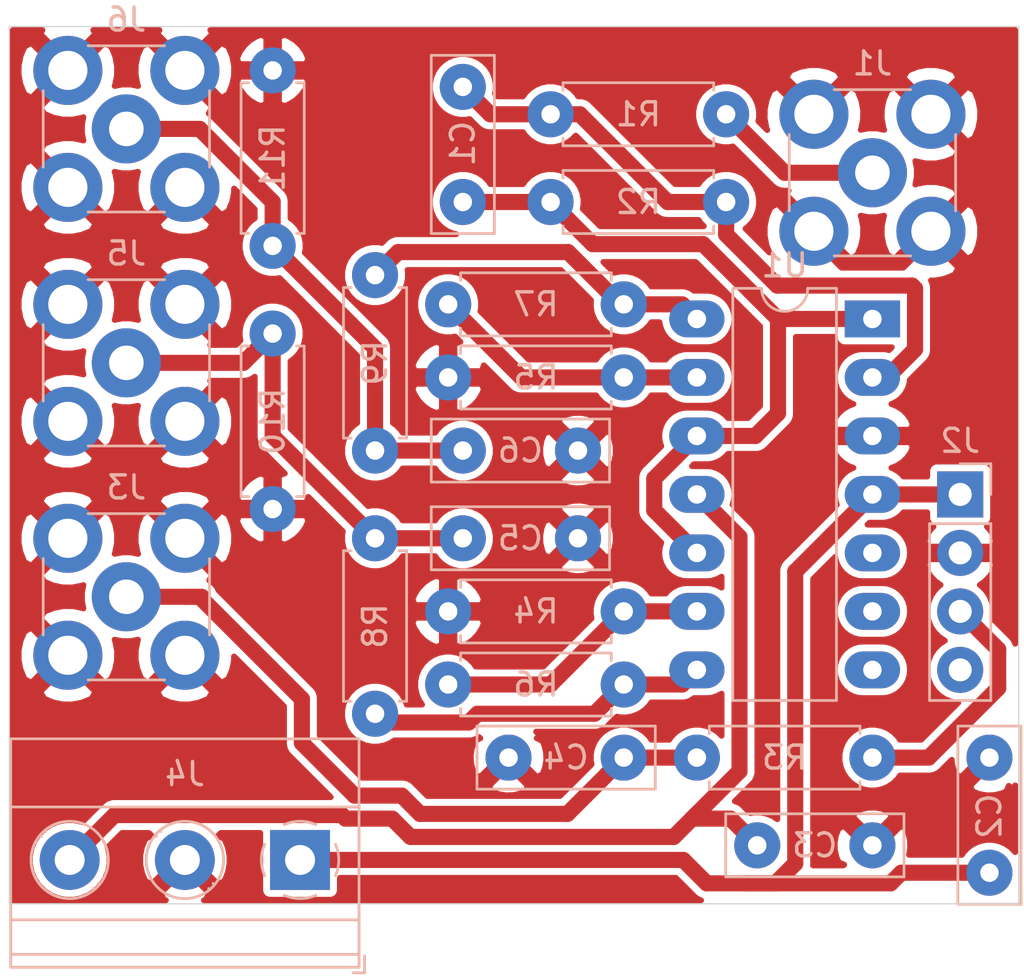
<source format=kicad_pcb>
(kicad_pcb (version 20171130) (host pcbnew "(5.1.9)-1")

  (general
    (thickness 1.6)
    (drawings 4)
    (tracks 99)
    (zones 0)
    (modules 24)
    (nets 16)
  )

  (page A4)
  (layers
    (0 F.Cu signal)
    (31 B.Cu signal)
    (32 B.Adhes user)
    (33 F.Adhes user)
    (34 B.Paste user)
    (35 F.Paste user)
    (36 B.SilkS user)
    (37 F.SilkS user)
    (38 B.Mask user)
    (39 F.Mask user)
    (40 Dwgs.User user)
    (41 Cmts.User user)
    (42 Eco1.User user)
    (43 Eco2.User user)
    (44 Edge.Cuts user)
    (45 Margin user)
    (46 B.CrtYd user)
    (47 F.CrtYd user)
    (48 B.Fab user hide)
    (49 F.Fab user hide)
  )

  (setup
    (last_trace_width 0.7)
    (user_trace_width 0.7)
    (trace_clearance 0.3)
    (zone_clearance 0)
    (zone_45_only yes)
    (trace_min 0.2)
    (via_size 0.8)
    (via_drill 0.4)
    (via_min_size 0.4)
    (via_min_drill 0.3)
    (uvia_size 0.3)
    (uvia_drill 0.1)
    (uvias_allowed no)
    (uvia_min_size 0.2)
    (uvia_min_drill 0.1)
    (edge_width 0.05)
    (segment_width 0.2)
    (pcb_text_width 0.3)
    (pcb_text_size 1.5 1.5)
    (mod_edge_width 0.12)
    (mod_text_size 1 1)
    (mod_text_width 0.15)
    (pad_size 2 2)
    (pad_drill 0.8)
    (pad_to_mask_clearance 0)
    (aux_axis_origin 0 0)
    (visible_elements 7FFFFFFF)
    (pcbplotparams
      (layerselection 0x01000_7fffffff)
      (usegerberextensions false)
      (usegerberattributes true)
      (usegerberadvancedattributes true)
      (creategerberjobfile true)
      (excludeedgelayer true)
      (linewidth 0.100000)
      (plotframeref false)
      (viasonmask false)
      (mode 1)
      (useauxorigin false)
      (hpglpennumber 1)
      (hpglpenspeed 20)
      (hpglpendiameter 15.000000)
      (psnegative false)
      (psa4output false)
      (plotreference true)
      (plotvalue true)
      (plotinvisibletext false)
      (padsonsilk false)
      (subtractmaskfromsilk false)
      (outputformat 1)
      (mirror false)
      (drillshape 0)
      (scaleselection 1)
      (outputdirectory "gerber/"))
  )

  (net 0 "")
  (net 1 "Net-(C1-Pad2)")
  (net 2 "Net-(C1-Pad1)")
  (net 3 +12V)
  (net 4 GND)
  (net 5 "Net-(C5-Pad1)")
  (net 6 "Net-(C6-Pad1)")
  (net 7 "Net-(J1-Pad1)")
  (net 8 Blue)
  (net 9 White)
  (net 10 "Net-(R4-Pad1)")
  (net 11 "Net-(R5-Pad1)")
  (net 12 "Net-(R6-Pad1)")
  (net 13 "Net-(R7-Pad1)")
  (net 14 -12V)
  (net 15 "Net-(C4-Pad1)")

  (net_class Default "This is the default net class."
    (clearance 0.3)
    (trace_width 0.25)
    (via_dia 0.8)
    (via_drill 0.4)
    (uvia_dia 0.3)
    (uvia_drill 0.1)
    (add_net +12V)
    (add_net -12V)
    (add_net Blue)
    (add_net GND)
    (add_net "Net-(C1-Pad1)")
    (add_net "Net-(C1-Pad2)")
    (add_net "Net-(C4-Pad1)")
    (add_net "Net-(C5-Pad1)")
    (add_net "Net-(C6-Pad1)")
    (add_net "Net-(J1-Pad1)")
    (add_net "Net-(R4-Pad1)")
    (add_net "Net-(R5-Pad1)")
    (add_net "Net-(R6-Pad1)")
    (add_net "Net-(R7-Pad1)")
    (add_net White)
  )

  (module Package_DIP:DIP-14_W7.62mm_LongPads (layer B.Cu) (tedit 5A02E8C5) (tstamp 61A8376B)
    (at 38.1 134.62 180)
    (descr "14-lead though-hole mounted DIP package, row spacing 7.62 mm (300 mils), LongPads")
    (tags "THT DIP DIL PDIP 2.54mm 7.62mm 300mil LongPads")
    (path /61A0E98E)
    (fp_text reference U1 (at 3.81 2.33) (layer B.SilkS)
      (effects (font (size 1 1) (thickness 0.15)) (justify mirror))
    )
    (fp_text value TL074 (at 3.81 -17.57) (layer B.Fab)
      (effects (font (size 1 1) (thickness 0.15)) (justify mirror))
    )
    (fp_line (start 9.1 1.55) (end -1.45 1.55) (layer B.CrtYd) (width 0.05))
    (fp_line (start 9.1 -16.8) (end 9.1 1.55) (layer B.CrtYd) (width 0.05))
    (fp_line (start -1.45 -16.8) (end 9.1 -16.8) (layer B.CrtYd) (width 0.05))
    (fp_line (start -1.45 1.55) (end -1.45 -16.8) (layer B.CrtYd) (width 0.05))
    (fp_line (start 6.06 1.33) (end 4.81 1.33) (layer B.SilkS) (width 0.12))
    (fp_line (start 6.06 -16.57) (end 6.06 1.33) (layer B.SilkS) (width 0.12))
    (fp_line (start 1.56 -16.57) (end 6.06 -16.57) (layer B.SilkS) (width 0.12))
    (fp_line (start 1.56 1.33) (end 1.56 -16.57) (layer B.SilkS) (width 0.12))
    (fp_line (start 2.81 1.33) (end 1.56 1.33) (layer B.SilkS) (width 0.12))
    (fp_line (start 0.635 0.27) (end 1.635 1.27) (layer B.Fab) (width 0.1))
    (fp_line (start 0.635 -16.51) (end 0.635 0.27) (layer B.Fab) (width 0.1))
    (fp_line (start 6.985 -16.51) (end 0.635 -16.51) (layer B.Fab) (width 0.1))
    (fp_line (start 6.985 1.27) (end 6.985 -16.51) (layer B.Fab) (width 0.1))
    (fp_line (start 1.635 1.27) (end 6.985 1.27) (layer B.Fab) (width 0.1))
    (fp_text user %R (at 3.81 -7.62) (layer B.Fab)
      (effects (font (size 1 1) (thickness 0.15)) (justify mirror))
    )
    (fp_arc (start 3.81 1.33) (end 2.81 1.33) (angle 180) (layer B.SilkS) (width 0.12))
    (pad 14 thru_hole oval (at 7.62 0 180) (size 2.4 1.6) (drill 0.8) (layers *.Cu *.Mask)
      (net 13 "Net-(R7-Pad1)"))
    (pad 7 thru_hole oval (at 0 -15.24 180) (size 2.4 1.6) (drill 0.8) (layers *.Cu *.Mask))
    (pad 13 thru_hole oval (at 7.62 -2.54 180) (size 2.4 1.6) (drill 0.8) (layers *.Cu *.Mask)
      (net 11 "Net-(R5-Pad1)"))
    (pad 6 thru_hole oval (at 0 -12.7 180) (size 2.4 1.6) (drill 0.8) (layers *.Cu *.Mask))
    (pad 12 thru_hole oval (at 7.62 -5.08 180) (size 2.4 1.6) (drill 0.8) (layers *.Cu *.Mask)
      (net 2 "Net-(C1-Pad1)"))
    (pad 5 thru_hole oval (at 0 -10.16 180) (size 2.4 1.6) (drill 0.8) (layers *.Cu *.Mask))
    (pad 11 thru_hole oval (at 7.62 -7.62 180) (size 2.4 1.6) (drill 0.8) (layers *.Cu *.Mask)
      (net 14 -12V))
    (pad 4 thru_hole oval (at 0 -7.62 180) (size 2.4 1.6) (drill 0.8) (layers *.Cu *.Mask)
      (net 3 +12V))
    (pad 10 thru_hole oval (at 7.62 -10.16 180) (size 2.4 1.6) (drill 0.8) (layers *.Cu *.Mask)
      (net 2 "Net-(C1-Pad1)"))
    (pad 3 thru_hole oval (at 0 -5.08 180) (size 2.4 1.6) (drill 0.8) (layers *.Cu *.Mask)
      (net 4 GND))
    (pad 9 thru_hole oval (at 7.62 -12.7 180) (size 2.4 1.6) (drill 0.8) (layers *.Cu *.Mask)
      (net 10 "Net-(R4-Pad1)"))
    (pad 2 thru_hole oval (at 0 -2.54 180) (size 2.4 1.6) (drill 0.8) (layers *.Cu *.Mask)
      (net 1 "Net-(C1-Pad2)"))
    (pad 8 thru_hole oval (at 7.62 -15.24 180) (size 2.4 1.6) (drill 0.8) (layers *.Cu *.Mask)
      (net 12 "Net-(R6-Pad1)"))
    (pad 1 thru_hole rect (at 0 0 180) (size 2.4 1.6) (drill 0.8) (layers *.Cu *.Mask)
      (net 2 "Net-(C1-Pad1)"))
    (model ${KISYS3DMOD}/Package_DIP.3dshapes/DIP-14_W7.62mm.wrl
      (at (xyz 0 0 0))
      (scale (xyz 1 1 1))
      (rotate (xyz 0 0 0))
    )
  )

  (module TerminalBlock_Phoenix:TerminalBlock_Phoenix_MKDS-1,5-3_1x03_P5.00mm_Horizontal (layer B.Cu) (tedit 5B294EE5) (tstamp 61A80C0C)
    (at 13.255 158.115 180)
    (descr "Terminal Block Phoenix MKDS-1,5-3, 3 pins, pitch 5mm, size 15x9.8mm^2, drill diamater 1.3mm, pad diameter 2.6mm, see http://www.farnell.com/datasheets/100425.pdf, script-generated using https://github.com/pointhi/kicad-footprint-generator/scripts/TerminalBlock_Phoenix")
    (tags "THT Terminal Block Phoenix MKDS-1,5-3 pitch 5mm size 15x9.8mm^2 drill 1.3mm pad 2.6mm")
    (path /61ABB89F)
    (fp_text reference J4 (at 5 3.73) (layer B.SilkS)
      (effects (font (size 1 1) (thickness 0.15)) (justify mirror))
    )
    (fp_text value Screw_Terminal_01x03 (at 5 -5.66) (layer B.Fab)
      (effects (font (size 1 1) (thickness 0.15)) (justify mirror))
    )
    (fp_line (start 13 5.71) (end -3 5.71) (layer B.CrtYd) (width 0.05))
    (fp_line (start 13 -5.1) (end 13 5.71) (layer B.CrtYd) (width 0.05))
    (fp_line (start -3 -5.1) (end 13 -5.1) (layer B.CrtYd) (width 0.05))
    (fp_line (start -3 5.71) (end -3 -5.1) (layer B.CrtYd) (width 0.05))
    (fp_line (start -2.8 -4.9) (end -2.3 -4.9) (layer B.SilkS) (width 0.12))
    (fp_line (start -2.8 -4.16) (end -2.8 -4.9) (layer B.SilkS) (width 0.12))
    (fp_line (start 8.773 -1.023) (end 8.726 -1.069) (layer B.SilkS) (width 0.12))
    (fp_line (start 11.07 1.275) (end 11.035 1.239) (layer B.SilkS) (width 0.12))
    (fp_line (start 8.966 -1.239) (end 8.931 -1.274) (layer B.SilkS) (width 0.12))
    (fp_line (start 11.275 1.069) (end 11.228 1.023) (layer B.SilkS) (width 0.12))
    (fp_line (start 10.955 1.138) (end 8.863 -0.955) (layer B.Fab) (width 0.1))
    (fp_line (start 11.138 0.955) (end 9.046 -1.138) (layer B.Fab) (width 0.1))
    (fp_line (start 3.773 -1.023) (end 3.726 -1.069) (layer B.SilkS) (width 0.12))
    (fp_line (start 6.07 1.275) (end 6.035 1.239) (layer B.SilkS) (width 0.12))
    (fp_line (start 3.966 -1.239) (end 3.931 -1.274) (layer B.SilkS) (width 0.12))
    (fp_line (start 6.275 1.069) (end 6.228 1.023) (layer B.SilkS) (width 0.12))
    (fp_line (start 5.955 1.138) (end 3.863 -0.955) (layer B.Fab) (width 0.1))
    (fp_line (start 6.138 0.955) (end 4.046 -1.138) (layer B.Fab) (width 0.1))
    (fp_line (start 0.955 1.138) (end -1.138 -0.955) (layer B.Fab) (width 0.1))
    (fp_line (start 1.138 0.955) (end -0.955 -1.138) (layer B.Fab) (width 0.1))
    (fp_line (start 12.56 5.261) (end 12.56 -4.66) (layer B.SilkS) (width 0.12))
    (fp_line (start -2.56 5.261) (end -2.56 -4.66) (layer B.SilkS) (width 0.12))
    (fp_line (start -2.56 -4.66) (end 12.56 -4.66) (layer B.SilkS) (width 0.12))
    (fp_line (start -2.56 5.261) (end 12.56 5.261) (layer B.SilkS) (width 0.12))
    (fp_line (start -2.56 2.301) (end 12.56 2.301) (layer B.SilkS) (width 0.12))
    (fp_line (start -2.5 2.3) (end 12.5 2.3) (layer B.Fab) (width 0.1))
    (fp_line (start -2.56 -2.6) (end 12.56 -2.6) (layer B.SilkS) (width 0.12))
    (fp_line (start -2.5 -2.6) (end 12.5 -2.6) (layer B.Fab) (width 0.1))
    (fp_line (start -2.56 -4.1) (end 12.56 -4.1) (layer B.SilkS) (width 0.12))
    (fp_line (start -2.5 -4.1) (end 12.5 -4.1) (layer B.Fab) (width 0.1))
    (fp_line (start -2.5 -4.1) (end -2.5 5.2) (layer B.Fab) (width 0.1))
    (fp_line (start -2 -4.6) (end -2.5 -4.1) (layer B.Fab) (width 0.1))
    (fp_line (start 12.5 -4.6) (end -2 -4.6) (layer B.Fab) (width 0.1))
    (fp_line (start 12.5 5.2) (end 12.5 -4.6) (layer B.Fab) (width 0.1))
    (fp_line (start -2.5 5.2) (end 12.5 5.2) (layer B.Fab) (width 0.1))
    (fp_circle (center 10 0) (end 11.68 0) (layer B.SilkS) (width 0.12))
    (fp_circle (center 10 0) (end 11.5 0) (layer B.Fab) (width 0.1))
    (fp_circle (center 5 0) (end 6.68 0) (layer B.SilkS) (width 0.12))
    (fp_circle (center 5 0) (end 6.5 0) (layer B.Fab) (width 0.1))
    (fp_circle (center 0 0) (end 1.5 0) (layer B.Fab) (width 0.1))
    (fp_text user %R (at 5 -3.2) (layer B.Fab)
      (effects (font (size 1 1) (thickness 0.15)) (justify mirror))
    )
    (fp_arc (start 0 0) (end -0.684 -1.535) (angle 25) (layer B.SilkS) (width 0.12))
    (fp_arc (start 0 0) (end -1.535 0.684) (angle 48) (layer B.SilkS) (width 0.12))
    (fp_arc (start 0 0) (end 0.684 1.535) (angle 48) (layer B.SilkS) (width 0.12))
    (fp_arc (start 0 0) (end 1.535 -0.684) (angle 48) (layer B.SilkS) (width 0.12))
    (fp_arc (start 0 0) (end 0 -1.68) (angle 24) (layer B.SilkS) (width 0.12))
    (pad 3 thru_hole circle (at 10 0 180) (size 2.6 2.6) (drill 1.3) (layers *.Cu *.Mask)
      (net 14 -12V))
    (pad 2 thru_hole circle (at 5 0 180) (size 2.6 2.6) (drill 1.3) (layers *.Cu *.Mask)
      (net 4 GND))
    (pad 1 thru_hole rect (at 0 0 180) (size 2.6 2.6) (drill 1.3) (layers *.Cu *.Mask)
      (net 3 +12V))
    (model ${KISYS3DMOD}/TerminalBlock_Phoenix.3dshapes/TerminalBlock_Phoenix_MKDS-1,5-3_1x03_P5.00mm_Horizontal.wrl
      (at (xyz 0 0 0))
      (scale (xyz 1 1 1))
      (rotate (xyz 0 0 0))
    )
  )

  (module Capacitor_THT:C_Disc_D7.5mm_W2.5mm_P5.00mm (layer B.Cu) (tedit 61A7FFCA) (tstamp 61A80AF7)
    (at 38.1 157.48 180)
    (descr "C, Disc series, Radial, pin pitch=5.00mm, , diameter*width=7.5*2.5mm^2, Capacitor, http://www.vishay.com/docs/28535/vy2series.pdf")
    (tags "C Disc series Radial pin pitch 5.00mm  diameter 7.5mm width 2.5mm Capacitor")
    (path /61AAF46F)
    (fp_text reference C3 (at 2.5 0) (layer B.SilkS)
      (effects (font (size 1 1) (thickness 0.15)) (justify mirror))
    )
    (fp_text value "330 nF" (at 2.5 -2.5) (layer B.Fab)
      (effects (font (size 1 1) (thickness 0.15)) (justify mirror))
    )
    (fp_line (start 6.5 1.5) (end -1.5 1.5) (layer B.CrtYd) (width 0.05))
    (fp_line (start 6.5 -1.5) (end 6.5 1.5) (layer B.CrtYd) (width 0.05))
    (fp_line (start -1.5 -1.5) (end 6.5 -1.5) (layer B.CrtYd) (width 0.05))
    (fp_line (start -1.5 1.5) (end -1.5 -1.5) (layer B.CrtYd) (width 0.05))
    (fp_line (start 6.37 1.37) (end 6.37 -1.37) (layer B.SilkS) (width 0.12))
    (fp_line (start -1.37 1.37) (end -1.37 -1.37) (layer B.SilkS) (width 0.12))
    (fp_line (start -1.37 -1.37) (end 6.37 -1.37) (layer B.SilkS) (width 0.12))
    (fp_line (start -1.37 1.37) (end 6.37 1.37) (layer B.SilkS) (width 0.12))
    (fp_line (start 6.25 1.25) (end -1.25 1.25) (layer B.Fab) (width 0.1))
    (fp_line (start 6.25 -1.25) (end 6.25 1.25) (layer B.Fab) (width 0.1))
    (fp_line (start -1.25 -1.25) (end 6.25 -1.25) (layer B.Fab) (width 0.1))
    (fp_line (start -1.25 1.25) (end -1.25 -1.25) (layer B.Fab) (width 0.1))
    (fp_text user %R (at 2.5 0) (layer B.Fab)
      (effects (font (size 1 1) (thickness 0.15)) (justify mirror))
    )
    (pad 2 thru_hole circle (at 5 0 180) (size 2 2) (drill 0.8) (layers *.Cu *.Mask)
      (net 14 -12V))
    (pad 1 thru_hole circle (at 0 0 180) (size 2 2) (drill 0.8) (layers *.Cu *.Mask)
      (net 4 GND))
    (model ${KISYS3DMOD}/Capacitor_THT.3dshapes/C_Disc_D7.5mm_W2.5mm_P5.00mm.wrl
      (at (xyz 0 0 0))
      (scale (xyz 1 1 1))
      (rotate (xyz 0 0 0))
    )
  )

  (module Resistor_THT:R_Axial_DIN0207_L6.3mm_D2.5mm_P7.62mm_Horizontal (layer B.Cu) (tedit 61A5ED94) (tstamp 61A10DEF)
    (at 12.065 131.445 90)
    (descr "Resistor, Axial_DIN0207 series, Axial, Horizontal, pin pitch=7.62mm, 0.25W = 1/4W, length*diameter=6.3*2.5mm^2, http://cdn-reichelt.de/documents/datenblatt/B400/1_4W%23YAG.pdf")
    (tags "Resistor Axial_DIN0207 series Axial Horizontal pin pitch 7.62mm 0.25W = 1/4W length 6.3mm diameter 2.5mm")
    (path /61AF7992)
    (fp_text reference R11 (at 3.81 0 270) (layer B.SilkS)
      (effects (font (size 1 1) (thickness 0.15)) (justify mirror))
    )
    (fp_text value 1.1kOhm (at 3.81 -2.37 270) (layer B.Fab)
      (effects (font (size 1 1) (thickness 0.15)) (justify mirror))
    )
    (fp_line (start 0.66 1.25) (end 0.66 -1.25) (layer B.Fab) (width 0.1))
    (fp_line (start 0.66 -1.25) (end 6.96 -1.25) (layer B.Fab) (width 0.1))
    (fp_line (start 6.96 -1.25) (end 6.96 1.25) (layer B.Fab) (width 0.1))
    (fp_line (start 6.96 1.25) (end 0.66 1.25) (layer B.Fab) (width 0.1))
    (fp_line (start 0 0) (end 0.66 0) (layer B.Fab) (width 0.1))
    (fp_line (start 7.62 0) (end 6.96 0) (layer B.Fab) (width 0.1))
    (fp_line (start 0.54 1.04) (end 0.54 1.37) (layer B.SilkS) (width 0.12))
    (fp_line (start 0.54 1.37) (end 7.08 1.37) (layer B.SilkS) (width 0.12))
    (fp_line (start 7.08 1.37) (end 7.08 1.04) (layer B.SilkS) (width 0.12))
    (fp_line (start 0.54 -1.04) (end 0.54 -1.37) (layer B.SilkS) (width 0.12))
    (fp_line (start 0.54 -1.37) (end 7.08 -1.37) (layer B.SilkS) (width 0.12))
    (fp_line (start 7.08 -1.37) (end 7.08 -1.04) (layer B.SilkS) (width 0.12))
    (fp_line (start -1.05 1.5) (end -1.05 -1.5) (layer B.CrtYd) (width 0.05))
    (fp_line (start -1.05 -1.5) (end 8.67 -1.5) (layer B.CrtYd) (width 0.05))
    (fp_line (start 8.67 -1.5) (end 8.67 1.5) (layer B.CrtYd) (width 0.05))
    (fp_line (start 8.67 1.5) (end -1.05 1.5) (layer B.CrtYd) (width 0.05))
    (fp_text user %R (at 3.81 0 270) (layer B.Fab)
      (effects (font (size 1 1) (thickness 0.15)) (justify mirror))
    )
    (pad 2 thru_hole oval (at 7.62 0 90) (size 2 2) (drill 0.8) (layers *.Cu *.Mask)
      (net 4 GND))
    (pad 1 thru_hole circle (at 0 0 90) (size 2 2) (drill 0.8) (layers *.Cu *.Mask)
      (net 6 "Net-(C6-Pad1)"))
    (model ${KISYS3DMOD}/Resistor_THT.3dshapes/R_Axial_DIN0207_L6.3mm_D2.5mm_P7.62mm_Horizontal.wrl
      (at (xyz 0 0 0))
      (scale (xyz 1 1 1))
      (rotate (xyz 0 0 0))
    )
  )

  (module Resistor_THT:R_Axial_DIN0207_L6.3mm_D2.5mm_P7.62mm_Horizontal (layer B.Cu) (tedit 61A5ED8A) (tstamp 61A10DDE)
    (at 12.065 135.255 270)
    (descr "Resistor, Axial_DIN0207 series, Axial, Horizontal, pin pitch=7.62mm, 0.25W = 1/4W, length*diameter=6.3*2.5mm^2, http://cdn-reichelt.de/documents/datenblatt/B400/1_4W%23YAG.pdf")
    (tags "Resistor Axial_DIN0207 series Axial Horizontal pin pitch 7.62mm 0.25W = 1/4W length 6.3mm diameter 2.5mm")
    (path /61AF6BD2)
    (fp_text reference R10 (at 3.81 0 270) (layer B.SilkS)
      (effects (font (size 1 1) (thickness 0.15)) (justify mirror))
    )
    (fp_text value 1.1kOhm (at 3.81 -2.37 270) (layer B.Fab)
      (effects (font (size 1 1) (thickness 0.15)) (justify mirror))
    )
    (fp_line (start 0.66 1.25) (end 0.66 -1.25) (layer B.Fab) (width 0.1))
    (fp_line (start 0.66 -1.25) (end 6.96 -1.25) (layer B.Fab) (width 0.1))
    (fp_line (start 6.96 -1.25) (end 6.96 1.25) (layer B.Fab) (width 0.1))
    (fp_line (start 6.96 1.25) (end 0.66 1.25) (layer B.Fab) (width 0.1))
    (fp_line (start 0 0) (end 0.66 0) (layer B.Fab) (width 0.1))
    (fp_line (start 7.62 0) (end 6.96 0) (layer B.Fab) (width 0.1))
    (fp_line (start 0.54 1.04) (end 0.54 1.37) (layer B.SilkS) (width 0.12))
    (fp_line (start 0.54 1.37) (end 7.08 1.37) (layer B.SilkS) (width 0.12))
    (fp_line (start 7.08 1.37) (end 7.08 1.04) (layer B.SilkS) (width 0.12))
    (fp_line (start 0.54 -1.04) (end 0.54 -1.37) (layer B.SilkS) (width 0.12))
    (fp_line (start 0.54 -1.37) (end 7.08 -1.37) (layer B.SilkS) (width 0.12))
    (fp_line (start 7.08 -1.37) (end 7.08 -1.04) (layer B.SilkS) (width 0.12))
    (fp_line (start -1.05 1.5) (end -1.05 -1.5) (layer B.CrtYd) (width 0.05))
    (fp_line (start -1.05 -1.5) (end 8.67 -1.5) (layer B.CrtYd) (width 0.05))
    (fp_line (start 8.67 -1.5) (end 8.67 1.5) (layer B.CrtYd) (width 0.05))
    (fp_line (start 8.67 1.5) (end -1.05 1.5) (layer B.CrtYd) (width 0.05))
    (fp_text user %R (at 3.81 0 270) (layer B.Fab)
      (effects (font (size 1 1) (thickness 0.15)) (justify mirror))
    )
    (pad 2 thru_hole oval (at 7.62 0 270) (size 2 2) (drill 0.8) (layers *.Cu *.Mask)
      (net 4 GND))
    (pad 1 thru_hole circle (at 0 0 270) (size 2 2) (drill 0.8) (layers *.Cu *.Mask)
      (net 5 "Net-(C5-Pad1)"))
    (model ${KISYS3DMOD}/Resistor_THT.3dshapes/R_Axial_DIN0207_L6.3mm_D2.5mm_P7.62mm_Horizontal.wrl
      (at (xyz 0 0 0))
      (scale (xyz 1 1 1))
      (rotate (xyz 0 0 0))
    )
  )

  (module Resistor_THT:R_Axial_DIN0207_L6.3mm_D2.5mm_P7.62mm_Horizontal (layer B.Cu) (tedit 61A5ED57) (tstamp 61A10DCD)
    (at 16.51 140.335 90)
    (descr "Resistor, Axial_DIN0207 series, Axial, Horizontal, pin pitch=7.62mm, 0.25W = 1/4W, length*diameter=6.3*2.5mm^2, http://cdn-reichelt.de/documents/datenblatt/B400/1_4W%23YAG.pdf")
    (tags "Resistor Axial_DIN0207 series Axial Horizontal pin pitch 7.62mm 0.25W = 1/4W length 6.3mm diameter 2.5mm")
    (path /61AD285A)
    (fp_text reference R9 (at 3.81 0 90) (layer B.SilkS)
      (effects (font (size 1 1) (thickness 0.15)) (justify mirror))
    )
    (fp_text value 3.3kOhm (at 3.81 -2.37 90) (layer B.Fab)
      (effects (font (size 1 1) (thickness 0.15)) (justify mirror))
    )
    (fp_line (start 0.66 1.25) (end 0.66 -1.25) (layer B.Fab) (width 0.1))
    (fp_line (start 0.66 -1.25) (end 6.96 -1.25) (layer B.Fab) (width 0.1))
    (fp_line (start 6.96 -1.25) (end 6.96 1.25) (layer B.Fab) (width 0.1))
    (fp_line (start 6.96 1.25) (end 0.66 1.25) (layer B.Fab) (width 0.1))
    (fp_line (start 0 0) (end 0.66 0) (layer B.Fab) (width 0.1))
    (fp_line (start 7.62 0) (end 6.96 0) (layer B.Fab) (width 0.1))
    (fp_line (start 0.54 1.04) (end 0.54 1.37) (layer B.SilkS) (width 0.12))
    (fp_line (start 0.54 1.37) (end 7.08 1.37) (layer B.SilkS) (width 0.12))
    (fp_line (start 7.08 1.37) (end 7.08 1.04) (layer B.SilkS) (width 0.12))
    (fp_line (start 0.54 -1.04) (end 0.54 -1.37) (layer B.SilkS) (width 0.12))
    (fp_line (start 0.54 -1.37) (end 7.08 -1.37) (layer B.SilkS) (width 0.12))
    (fp_line (start 7.08 -1.37) (end 7.08 -1.04) (layer B.SilkS) (width 0.12))
    (fp_line (start -1.05 1.5) (end -1.05 -1.5) (layer B.CrtYd) (width 0.05))
    (fp_line (start -1.05 -1.5) (end 8.67 -1.5) (layer B.CrtYd) (width 0.05))
    (fp_line (start 8.67 -1.5) (end 8.67 1.5) (layer B.CrtYd) (width 0.05))
    (fp_line (start 8.67 1.5) (end -1.05 1.5) (layer B.CrtYd) (width 0.05))
    (fp_text user %R (at 3.81 0 90) (layer B.Fab)
      (effects (font (size 1 1) (thickness 0.15)) (justify mirror))
    )
    (pad 2 thru_hole oval (at 7.62 0 90) (size 2 2) (drill 0.8) (layers *.Cu *.Mask)
      (net 13 "Net-(R7-Pad1)"))
    (pad 1 thru_hole circle (at 0 0 90) (size 2 2) (drill 0.8) (layers *.Cu *.Mask)
      (net 6 "Net-(C6-Pad1)"))
    (model ${KISYS3DMOD}/Resistor_THT.3dshapes/R_Axial_DIN0207_L6.3mm_D2.5mm_P7.62mm_Horizontal.wrl
      (at (xyz 0 0 0))
      (scale (xyz 1 1 1))
      (rotate (xyz 0 0 0))
    )
  )

  (module Resistor_THT:R_Axial_DIN0207_L6.3mm_D2.5mm_P7.62mm_Horizontal (layer B.Cu) (tedit 61A5ED80) (tstamp 61A10DBC)
    (at 16.51 144.145 270)
    (descr "Resistor, Axial_DIN0207 series, Axial, Horizontal, pin pitch=7.62mm, 0.25W = 1/4W, length*diameter=6.3*2.5mm^2, http://cdn-reichelt.de/documents/datenblatt/B400/1_4W%23YAG.pdf")
    (tags "Resistor Axial_DIN0207 series Axial Horizontal pin pitch 7.62mm 0.25W = 1/4W length 6.3mm diameter 2.5mm")
    (path /61AD16F1)
    (fp_text reference R8 (at 3.81 0 90) (layer B.SilkS)
      (effects (font (size 1 1) (thickness 0.15)) (justify mirror))
    )
    (fp_text value 3.3kOhm (at 3.81 -2.37 90) (layer B.Fab)
      (effects (font (size 1 1) (thickness 0.15)) (justify mirror))
    )
    (fp_line (start 0.66 1.25) (end 0.66 -1.25) (layer B.Fab) (width 0.1))
    (fp_line (start 0.66 -1.25) (end 6.96 -1.25) (layer B.Fab) (width 0.1))
    (fp_line (start 6.96 -1.25) (end 6.96 1.25) (layer B.Fab) (width 0.1))
    (fp_line (start 6.96 1.25) (end 0.66 1.25) (layer B.Fab) (width 0.1))
    (fp_line (start 0 0) (end 0.66 0) (layer B.Fab) (width 0.1))
    (fp_line (start 7.62 0) (end 6.96 0) (layer B.Fab) (width 0.1))
    (fp_line (start 0.54 1.04) (end 0.54 1.37) (layer B.SilkS) (width 0.12))
    (fp_line (start 0.54 1.37) (end 7.08 1.37) (layer B.SilkS) (width 0.12))
    (fp_line (start 7.08 1.37) (end 7.08 1.04) (layer B.SilkS) (width 0.12))
    (fp_line (start 0.54 -1.04) (end 0.54 -1.37) (layer B.SilkS) (width 0.12))
    (fp_line (start 0.54 -1.37) (end 7.08 -1.37) (layer B.SilkS) (width 0.12))
    (fp_line (start 7.08 -1.37) (end 7.08 -1.04) (layer B.SilkS) (width 0.12))
    (fp_line (start -1.05 1.5) (end -1.05 -1.5) (layer B.CrtYd) (width 0.05))
    (fp_line (start -1.05 -1.5) (end 8.67 -1.5) (layer B.CrtYd) (width 0.05))
    (fp_line (start 8.67 -1.5) (end 8.67 1.5) (layer B.CrtYd) (width 0.05))
    (fp_line (start 8.67 1.5) (end -1.05 1.5) (layer B.CrtYd) (width 0.05))
    (fp_text user %R (at 3.81 0 90) (layer B.Fab)
      (effects (font (size 1 1) (thickness 0.15)) (justify mirror))
    )
    (pad 2 thru_hole oval (at 7.62 0 270) (size 2 2) (drill 0.8) (layers *.Cu *.Mask)
      (net 12 "Net-(R6-Pad1)"))
    (pad 1 thru_hole circle (at 0 0 270) (size 2 2) (drill 0.8) (layers *.Cu *.Mask)
      (net 5 "Net-(C5-Pad1)"))
    (model ${KISYS3DMOD}/Resistor_THT.3dshapes/R_Axial_DIN0207_L6.3mm_D2.5mm_P7.62mm_Horizontal.wrl
      (at (xyz 0 0 0))
      (scale (xyz 1 1 1))
      (rotate (xyz 0 0 0))
    )
  )

  (module Resistor_THT:R_Axial_DIN0207_L6.3mm_D2.5mm_P7.62mm_Horizontal (layer B.Cu) (tedit 61A5ED51) (tstamp 61A10DAB)
    (at 27.305 133.985 180)
    (descr "Resistor, Axial_DIN0207 series, Axial, Horizontal, pin pitch=7.62mm, 0.25W = 1/4W, length*diameter=6.3*2.5mm^2, http://cdn-reichelt.de/documents/datenblatt/B400/1_4W%23YAG.pdf")
    (tags "Resistor Axial_DIN0207 series Axial Horizontal pin pitch 7.62mm 0.25W = 1/4W length 6.3mm diameter 2.5mm")
    (path /61A23A79)
    (fp_text reference R7 (at 3.81 0 180) (layer B.SilkS)
      (effects (font (size 1 1) (thickness 0.15)) (justify mirror))
    )
    (fp_text value 0Ohm (at 3.81 -2.37 180) (layer B.Fab)
      (effects (font (size 1 1) (thickness 0.15)) (justify mirror))
    )
    (fp_line (start 0.66 1.25) (end 0.66 -1.25) (layer B.Fab) (width 0.1))
    (fp_line (start 0.66 -1.25) (end 6.96 -1.25) (layer B.Fab) (width 0.1))
    (fp_line (start 6.96 -1.25) (end 6.96 1.25) (layer B.Fab) (width 0.1))
    (fp_line (start 6.96 1.25) (end 0.66 1.25) (layer B.Fab) (width 0.1))
    (fp_line (start 0 0) (end 0.66 0) (layer B.Fab) (width 0.1))
    (fp_line (start 7.62 0) (end 6.96 0) (layer B.Fab) (width 0.1))
    (fp_line (start 0.54 1.04) (end 0.54 1.37) (layer B.SilkS) (width 0.12))
    (fp_line (start 0.54 1.37) (end 7.08 1.37) (layer B.SilkS) (width 0.12))
    (fp_line (start 7.08 1.37) (end 7.08 1.04) (layer B.SilkS) (width 0.12))
    (fp_line (start 0.54 -1.04) (end 0.54 -1.37) (layer B.SilkS) (width 0.12))
    (fp_line (start 0.54 -1.37) (end 7.08 -1.37) (layer B.SilkS) (width 0.12))
    (fp_line (start 7.08 -1.37) (end 7.08 -1.04) (layer B.SilkS) (width 0.12))
    (fp_line (start -1.05 1.5) (end -1.05 -1.5) (layer B.CrtYd) (width 0.05))
    (fp_line (start -1.05 -1.5) (end 8.67 -1.5) (layer B.CrtYd) (width 0.05))
    (fp_line (start 8.67 -1.5) (end 8.67 1.5) (layer B.CrtYd) (width 0.05))
    (fp_line (start 8.67 1.5) (end -1.05 1.5) (layer B.CrtYd) (width 0.05))
    (fp_text user %R (at 3.81 0 180) (layer B.Fab)
      (effects (font (size 1 1) (thickness 0.15)) (justify mirror))
    )
    (pad 2 thru_hole oval (at 7.62 0 180) (size 2 2) (drill 0.8) (layers *.Cu *.Mask)
      (net 11 "Net-(R5-Pad1)"))
    (pad 1 thru_hole circle (at 0 0 180) (size 2 2) (drill 0.8) (layers *.Cu *.Mask)
      (net 13 "Net-(R7-Pad1)"))
    (model ${KISYS3DMOD}/Resistor_THT.3dshapes/R_Axial_DIN0207_L6.3mm_D2.5mm_P7.62mm_Horizontal.wrl
      (at (xyz 0 0 0))
      (scale (xyz 1 1 1))
      (rotate (xyz 0 0 0))
    )
  )

  (module Resistor_THT:R_Axial_DIN0207_L6.3mm_D2.5mm_P7.62mm_Horizontal (layer B.Cu) (tedit 61A5ED7B) (tstamp 61A10D9A)
    (at 27.305 150.495 180)
    (descr "Resistor, Axial_DIN0207 series, Axial, Horizontal, pin pitch=7.62mm, 0.25W = 1/4W, length*diameter=6.3*2.5mm^2, http://cdn-reichelt.de/documents/datenblatt/B400/1_4W%23YAG.pdf")
    (tags "Resistor Axial_DIN0207 series Axial Horizontal pin pitch 7.62mm 0.25W = 1/4W length 6.3mm diameter 2.5mm")
    (path /61A2803C)
    (fp_text reference R6 (at 3.81 0) (layer B.SilkS)
      (effects (font (size 1 1) (thickness 0.15)) (justify mirror))
    )
    (fp_text value 19kOhm (at 3.81 -2.37) (layer B.Fab)
      (effects (font (size 1 1) (thickness 0.15)) (justify mirror))
    )
    (fp_line (start 0.66 1.25) (end 0.66 -1.25) (layer B.Fab) (width 0.1))
    (fp_line (start 0.66 -1.25) (end 6.96 -1.25) (layer B.Fab) (width 0.1))
    (fp_line (start 6.96 -1.25) (end 6.96 1.25) (layer B.Fab) (width 0.1))
    (fp_line (start 6.96 1.25) (end 0.66 1.25) (layer B.Fab) (width 0.1))
    (fp_line (start 0 0) (end 0.66 0) (layer B.Fab) (width 0.1))
    (fp_line (start 7.62 0) (end 6.96 0) (layer B.Fab) (width 0.1))
    (fp_line (start 0.54 1.04) (end 0.54 1.37) (layer B.SilkS) (width 0.12))
    (fp_line (start 0.54 1.37) (end 7.08 1.37) (layer B.SilkS) (width 0.12))
    (fp_line (start 7.08 1.37) (end 7.08 1.04) (layer B.SilkS) (width 0.12))
    (fp_line (start 0.54 -1.04) (end 0.54 -1.37) (layer B.SilkS) (width 0.12))
    (fp_line (start 0.54 -1.37) (end 7.08 -1.37) (layer B.SilkS) (width 0.12))
    (fp_line (start 7.08 -1.37) (end 7.08 -1.04) (layer B.SilkS) (width 0.12))
    (fp_line (start -1.05 1.5) (end -1.05 -1.5) (layer B.CrtYd) (width 0.05))
    (fp_line (start -1.05 -1.5) (end 8.67 -1.5) (layer B.CrtYd) (width 0.05))
    (fp_line (start 8.67 -1.5) (end 8.67 1.5) (layer B.CrtYd) (width 0.05))
    (fp_line (start 8.67 1.5) (end -1.05 1.5) (layer B.CrtYd) (width 0.05))
    (fp_text user %R (at 3.81 0) (layer B.Fab)
      (effects (font (size 1 1) (thickness 0.15)) (justify mirror))
    )
    (pad 2 thru_hole oval (at 7.62 0 180) (size 2 2) (drill 0.8) (layers *.Cu *.Mask)
      (net 10 "Net-(R4-Pad1)"))
    (pad 1 thru_hole circle (at 0 0 180) (size 2 2) (drill 0.8) (layers *.Cu *.Mask)
      (net 12 "Net-(R6-Pad1)"))
    (model ${KISYS3DMOD}/Resistor_THT.3dshapes/R_Axial_DIN0207_L6.3mm_D2.5mm_P7.62mm_Horizontal.wrl
      (at (xyz 0 0 0))
      (scale (xyz 1 1 1))
      (rotate (xyz 0 0 0))
    )
  )

  (module Resistor_THT:R_Axial_DIN0207_L6.3mm_D2.5mm_P7.62mm_Horizontal (layer B.Cu) (tedit 61A5ED6E) (tstamp 61A10D89)
    (at 27.305 137.16 180)
    (descr "Resistor, Axial_DIN0207 series, Axial, Horizontal, pin pitch=7.62mm, 0.25W = 1/4W, length*diameter=6.3*2.5mm^2, http://cdn-reichelt.de/documents/datenblatt/B400/1_4W%23YAG.pdf")
    (tags "Resistor Axial_DIN0207 series Axial Horizontal pin pitch 7.62mm 0.25W = 1/4W length 6.3mm diameter 2.5mm")
    (path /61A255D9)
    (fp_text reference R5 (at 3.81 0) (layer B.SilkS)
      (effects (font (size 1 1) (thickness 0.15)) (justify mirror))
    )
    (fp_text value 1kOhm (at 3.81 -2.37) (layer B.Fab)
      (effects (font (size 1 1) (thickness 0.15)) (justify mirror))
    )
    (fp_line (start 0.66 1.25) (end 0.66 -1.25) (layer B.Fab) (width 0.1))
    (fp_line (start 0.66 -1.25) (end 6.96 -1.25) (layer B.Fab) (width 0.1))
    (fp_line (start 6.96 -1.25) (end 6.96 1.25) (layer B.Fab) (width 0.1))
    (fp_line (start 6.96 1.25) (end 0.66 1.25) (layer B.Fab) (width 0.1))
    (fp_line (start 0 0) (end 0.66 0) (layer B.Fab) (width 0.1))
    (fp_line (start 7.62 0) (end 6.96 0) (layer B.Fab) (width 0.1))
    (fp_line (start 0.54 1.04) (end 0.54 1.37) (layer B.SilkS) (width 0.12))
    (fp_line (start 0.54 1.37) (end 7.08 1.37) (layer B.SilkS) (width 0.12))
    (fp_line (start 7.08 1.37) (end 7.08 1.04) (layer B.SilkS) (width 0.12))
    (fp_line (start 0.54 -1.04) (end 0.54 -1.37) (layer B.SilkS) (width 0.12))
    (fp_line (start 0.54 -1.37) (end 7.08 -1.37) (layer B.SilkS) (width 0.12))
    (fp_line (start 7.08 -1.37) (end 7.08 -1.04) (layer B.SilkS) (width 0.12))
    (fp_line (start -1.05 1.5) (end -1.05 -1.5) (layer B.CrtYd) (width 0.05))
    (fp_line (start -1.05 -1.5) (end 8.67 -1.5) (layer B.CrtYd) (width 0.05))
    (fp_line (start 8.67 -1.5) (end 8.67 1.5) (layer B.CrtYd) (width 0.05))
    (fp_line (start 8.67 1.5) (end -1.05 1.5) (layer B.CrtYd) (width 0.05))
    (fp_text user %R (at 3.81 0) (layer B.Fab)
      (effects (font (size 1 1) (thickness 0.15)) (justify mirror))
    )
    (pad 2 thru_hole oval (at 7.62 0 180) (size 2 2) (drill 0.8) (layers *.Cu *.Mask)
      (net 4 GND))
    (pad 1 thru_hole circle (at 0 0 180) (size 2 2) (drill 0.8) (layers *.Cu *.Mask)
      (net 11 "Net-(R5-Pad1)"))
    (model ${KISYS3DMOD}/Resistor_THT.3dshapes/R_Axial_DIN0207_L6.3mm_D2.5mm_P7.62mm_Horizontal.wrl
      (at (xyz 0 0 0))
      (scale (xyz 1 1 1))
      (rotate (xyz 0 0 0))
    )
  )

  (module Resistor_THT:R_Axial_DIN0207_L6.3mm_D2.5mm_P7.62mm_Horizontal (layer B.Cu) (tedit 61A5ED69) (tstamp 61A10D78)
    (at 27.305 147.32 180)
    (descr "Resistor, Axial_DIN0207 series, Axial, Horizontal, pin pitch=7.62mm, 0.25W = 1/4W, length*diameter=6.3*2.5mm^2, http://cdn-reichelt.de/documents/datenblatt/B400/1_4W%23YAG.pdf")
    (tags "Resistor Axial_DIN0207 series Axial Horizontal pin pitch 7.62mm 0.25W = 1/4W length 6.3mm diameter 2.5mm")
    (path /61A2757D)
    (fp_text reference R4 (at 3.81 0) (layer B.SilkS)
      (effects (font (size 1 1) (thickness 0.15)) (justify mirror))
    )
    (fp_text value 1kOhm (at 3.81 -2.37) (layer B.Fab)
      (effects (font (size 1 1) (thickness 0.15)) (justify mirror))
    )
    (fp_line (start 0.66 1.25) (end 0.66 -1.25) (layer B.Fab) (width 0.1))
    (fp_line (start 0.66 -1.25) (end 6.96 -1.25) (layer B.Fab) (width 0.1))
    (fp_line (start 6.96 -1.25) (end 6.96 1.25) (layer B.Fab) (width 0.1))
    (fp_line (start 6.96 1.25) (end 0.66 1.25) (layer B.Fab) (width 0.1))
    (fp_line (start 0 0) (end 0.66 0) (layer B.Fab) (width 0.1))
    (fp_line (start 7.62 0) (end 6.96 0) (layer B.Fab) (width 0.1))
    (fp_line (start 0.54 1.04) (end 0.54 1.37) (layer B.SilkS) (width 0.12))
    (fp_line (start 0.54 1.37) (end 7.08 1.37) (layer B.SilkS) (width 0.12))
    (fp_line (start 7.08 1.37) (end 7.08 1.04) (layer B.SilkS) (width 0.12))
    (fp_line (start 0.54 -1.04) (end 0.54 -1.37) (layer B.SilkS) (width 0.12))
    (fp_line (start 0.54 -1.37) (end 7.08 -1.37) (layer B.SilkS) (width 0.12))
    (fp_line (start 7.08 -1.37) (end 7.08 -1.04) (layer B.SilkS) (width 0.12))
    (fp_line (start -1.05 1.5) (end -1.05 -1.5) (layer B.CrtYd) (width 0.05))
    (fp_line (start -1.05 -1.5) (end 8.67 -1.5) (layer B.CrtYd) (width 0.05))
    (fp_line (start 8.67 -1.5) (end 8.67 1.5) (layer B.CrtYd) (width 0.05))
    (fp_line (start 8.67 1.5) (end -1.05 1.5) (layer B.CrtYd) (width 0.05))
    (fp_text user %R (at 3.81 0) (layer B.Fab)
      (effects (font (size 1 1) (thickness 0.15)) (justify mirror))
    )
    (pad 2 thru_hole oval (at 7.62 0 180) (size 2 2) (drill 0.8) (layers *.Cu *.Mask)
      (net 4 GND))
    (pad 1 thru_hole circle (at 0 0 180) (size 2 2) (drill 0.8) (layers *.Cu *.Mask)
      (net 10 "Net-(R4-Pad1)"))
    (model ${KISYS3DMOD}/Resistor_THT.3dshapes/R_Axial_DIN0207_L6.3mm_D2.5mm_P7.62mm_Horizontal.wrl
      (at (xyz 0 0 0))
      (scale (xyz 1 1 1))
      (rotate (xyz 0 0 0))
    )
  )

  (module Resistor_THT:R_Axial_DIN0207_L6.3mm_D2.5mm_P7.62mm_Horizontal (layer B.Cu) (tedit 61A5EC82) (tstamp 61A10D67)
    (at 38.1 153.67 180)
    (descr "Resistor, Axial_DIN0207 series, Axial, Horizontal, pin pitch=7.62mm, 0.25W = 1/4W, length*diameter=6.3*2.5mm^2, http://cdn-reichelt.de/documents/datenblatt/B400/1_4W%23YAG.pdf")
    (tags "Resistor Axial_DIN0207 series Axial Horizontal pin pitch 7.62mm 0.25W = 1/4W length 6.3mm diameter 2.5mm")
    (path /61AF00EA)
    (fp_text reference R3 (at 3.81 0) (layer B.SilkS)
      (effects (font (size 1 1) (thickness 0.15)) (justify mirror))
    )
    (fp_text value 1kOhm (at 3.81 -2.37) (layer B.Fab)
      (effects (font (size 1 1) (thickness 0.15)) (justify mirror))
    )
    (fp_line (start 0.66 1.25) (end 0.66 -1.25) (layer B.Fab) (width 0.1))
    (fp_line (start 0.66 -1.25) (end 6.96 -1.25) (layer B.Fab) (width 0.1))
    (fp_line (start 6.96 -1.25) (end 6.96 1.25) (layer B.Fab) (width 0.1))
    (fp_line (start 6.96 1.25) (end 0.66 1.25) (layer B.Fab) (width 0.1))
    (fp_line (start 0 0) (end 0.66 0) (layer B.Fab) (width 0.1))
    (fp_line (start 7.62 0) (end 6.96 0) (layer B.Fab) (width 0.1))
    (fp_line (start 0.54 1.04) (end 0.54 1.37) (layer B.SilkS) (width 0.12))
    (fp_line (start 0.54 1.37) (end 7.08 1.37) (layer B.SilkS) (width 0.12))
    (fp_line (start 7.08 1.37) (end 7.08 1.04) (layer B.SilkS) (width 0.12))
    (fp_line (start 0.54 -1.04) (end 0.54 -1.37) (layer B.SilkS) (width 0.12))
    (fp_line (start 0.54 -1.37) (end 7.08 -1.37) (layer B.SilkS) (width 0.12))
    (fp_line (start 7.08 -1.37) (end 7.08 -1.04) (layer B.SilkS) (width 0.12))
    (fp_line (start -1.05 1.5) (end -1.05 -1.5) (layer B.CrtYd) (width 0.05))
    (fp_line (start -1.05 -1.5) (end 8.67 -1.5) (layer B.CrtYd) (width 0.05))
    (fp_line (start 8.67 -1.5) (end 8.67 1.5) (layer B.CrtYd) (width 0.05))
    (fp_line (start 8.67 1.5) (end -1.05 1.5) (layer B.CrtYd) (width 0.05))
    (fp_text user %R (at 3.81 0) (layer B.Fab)
      (effects (font (size 1 1) (thickness 0.15)) (justify mirror))
    )
    (pad 2 thru_hole oval (at 7.62 0 180) (size 2 2) (drill 0.8) (layers *.Cu *.Mask)
      (net 15 "Net-(C4-Pad1)"))
    (pad 1 thru_hole circle (at 0 0 180) (size 2 2) (drill 0.8) (layers *.Cu *.Mask)
      (net 9 White))
    (model ${KISYS3DMOD}/Resistor_THT.3dshapes/R_Axial_DIN0207_L6.3mm_D2.5mm_P7.62mm_Horizontal.wrl
      (at (xyz 0 0 0))
      (scale (xyz 1 1 1))
      (rotate (xyz 0 0 0))
    )
  )

  (module Resistor_THT:R_Axial_DIN0207_L6.3mm_D2.5mm_P7.62mm_Horizontal (layer B.Cu) (tedit 61A5EDA5) (tstamp 61A10D56)
    (at 24.13 129.54)
    (descr "Resistor, Axial_DIN0207 series, Axial, Horizontal, pin pitch=7.62mm, 0.25W = 1/4W, length*diameter=6.3*2.5mm^2, http://cdn-reichelt.de/documents/datenblatt/B400/1_4W%23YAG.pdf")
    (tags "Resistor Axial_DIN0207 series Axial Horizontal pin pitch 7.62mm 0.25W = 1/4W length 6.3mm diameter 2.5mm")
    (path /61A381F7)
    (fp_text reference R2 (at 3.81 0) (layer B.SilkS)
      (effects (font (size 1 1) (thickness 0.15)) (justify mirror))
    )
    (fp_text value 100kOhm (at 3.81 -2.37) (layer B.Fab)
      (effects (font (size 1 1) (thickness 0.15)) (justify mirror))
    )
    (fp_line (start 0.66 1.25) (end 0.66 -1.25) (layer B.Fab) (width 0.1))
    (fp_line (start 0.66 -1.25) (end 6.96 -1.25) (layer B.Fab) (width 0.1))
    (fp_line (start 6.96 -1.25) (end 6.96 1.25) (layer B.Fab) (width 0.1))
    (fp_line (start 6.96 1.25) (end 0.66 1.25) (layer B.Fab) (width 0.1))
    (fp_line (start 0 0) (end 0.66 0) (layer B.Fab) (width 0.1))
    (fp_line (start 7.62 0) (end 6.96 0) (layer B.Fab) (width 0.1))
    (fp_line (start 0.54 1.04) (end 0.54 1.37) (layer B.SilkS) (width 0.12))
    (fp_line (start 0.54 1.37) (end 7.08 1.37) (layer B.SilkS) (width 0.12))
    (fp_line (start 7.08 1.37) (end 7.08 1.04) (layer B.SilkS) (width 0.12))
    (fp_line (start 0.54 -1.04) (end 0.54 -1.37) (layer B.SilkS) (width 0.12))
    (fp_line (start 0.54 -1.37) (end 7.08 -1.37) (layer B.SilkS) (width 0.12))
    (fp_line (start 7.08 -1.37) (end 7.08 -1.04) (layer B.SilkS) (width 0.12))
    (fp_line (start -1.05 1.5) (end -1.05 -1.5) (layer B.CrtYd) (width 0.05))
    (fp_line (start -1.05 -1.5) (end 8.67 -1.5) (layer B.CrtYd) (width 0.05))
    (fp_line (start 8.67 -1.5) (end 8.67 1.5) (layer B.CrtYd) (width 0.05))
    (fp_line (start 8.67 1.5) (end -1.05 1.5) (layer B.CrtYd) (width 0.05))
    (fp_text user %R (at 3.81 0) (layer B.Fab)
      (effects (font (size 1 1) (thickness 0.15)) (justify mirror))
    )
    (pad 2 thru_hole oval (at 7.62 0) (size 2 2) (drill 0.8) (layers *.Cu *.Mask)
      (net 1 "Net-(C1-Pad2)"))
    (pad 1 thru_hole circle (at 0 0) (size 2 2) (drill 0.8) (layers *.Cu *.Mask)
      (net 2 "Net-(C1-Pad1)"))
    (model ${KISYS3DMOD}/Resistor_THT.3dshapes/R_Axial_DIN0207_L6.3mm_D2.5mm_P7.62mm_Horizontal.wrl
      (at (xyz 0 0 0))
      (scale (xyz 1 1 1))
      (rotate (xyz 0 0 0))
    )
  )

  (module Resistor_THT:R_Axial_DIN0207_L6.3mm_D2.5mm_P7.62mm_Horizontal (layer B.Cu) (tedit 61A5EC94) (tstamp 61A10D45)
    (at 24.13 125.73)
    (descr "Resistor, Axial_DIN0207 series, Axial, Horizontal, pin pitch=7.62mm, 0.25W = 1/4W, length*diameter=6.3*2.5mm^2, http://cdn-reichelt.de/documents/datenblatt/B400/1_4W%23YAG.pdf")
    (tags "Resistor Axial_DIN0207 series Axial Horizontal pin pitch 7.62mm 0.25W = 1/4W length 6.3mm diameter 2.5mm")
    (path /61A3EE22)
    (fp_text reference R1 (at 3.81 0) (layer B.SilkS)
      (effects (font (size 1 1) (thickness 0.15)) (justify mirror))
    )
    (fp_text value 100Ohm (at 3.81 -2.37) (layer B.Fab)
      (effects (font (size 1 1) (thickness 0.15)) (justify mirror))
    )
    (fp_line (start 0.66 1.25) (end 0.66 -1.25) (layer B.Fab) (width 0.1))
    (fp_line (start 0.66 -1.25) (end 6.96 -1.25) (layer B.Fab) (width 0.1))
    (fp_line (start 6.96 -1.25) (end 6.96 1.25) (layer B.Fab) (width 0.1))
    (fp_line (start 6.96 1.25) (end 0.66 1.25) (layer B.Fab) (width 0.1))
    (fp_line (start 0 0) (end 0.66 0) (layer B.Fab) (width 0.1))
    (fp_line (start 7.62 0) (end 6.96 0) (layer B.Fab) (width 0.1))
    (fp_line (start 0.54 1.04) (end 0.54 1.37) (layer B.SilkS) (width 0.12))
    (fp_line (start 0.54 1.37) (end 7.08 1.37) (layer B.SilkS) (width 0.12))
    (fp_line (start 7.08 1.37) (end 7.08 1.04) (layer B.SilkS) (width 0.12))
    (fp_line (start 0.54 -1.04) (end 0.54 -1.37) (layer B.SilkS) (width 0.12))
    (fp_line (start 0.54 -1.37) (end 7.08 -1.37) (layer B.SilkS) (width 0.12))
    (fp_line (start 7.08 -1.37) (end 7.08 -1.04) (layer B.SilkS) (width 0.12))
    (fp_line (start -1.05 1.5) (end -1.05 -1.5) (layer B.CrtYd) (width 0.05))
    (fp_line (start -1.05 -1.5) (end 8.67 -1.5) (layer B.CrtYd) (width 0.05))
    (fp_line (start 8.67 -1.5) (end 8.67 1.5) (layer B.CrtYd) (width 0.05))
    (fp_line (start 8.67 1.5) (end -1.05 1.5) (layer B.CrtYd) (width 0.05))
    (fp_text user %R (at 3.81 0) (layer B.Fab)
      (effects (font (size 1 1) (thickness 0.15)) (justify mirror))
    )
    (pad 2 thru_hole oval (at 7.62 0) (size 2 2) (drill 0.8) (layers *.Cu *.Mask)
      (net 7 "Net-(J1-Pad1)"))
    (pad 1 thru_hole circle (at 0 0) (size 2 2) (drill 0.8) (layers *.Cu *.Mask)
      (net 1 "Net-(C1-Pad2)"))
    (model ${KISYS3DMOD}/Resistor_THT.3dshapes/R_Axial_DIN0207_L6.3mm_D2.5mm_P7.62mm_Horizontal.wrl
      (at (xyz 0 0 0))
      (scale (xyz 1 1 1))
      (rotate (xyz 0 0 0))
    )
  )

  (module Capacitor_THT:C_Disc_D7.5mm_W2.5mm_P5.00mm (layer B.Cu) (tedit 61A7FFA5) (tstamp 61A10CC0)
    (at 20.32 140.335)
    (descr "C, Disc series, Radial, pin pitch=5.00mm, , diameter*width=7.5*2.5mm^2, Capacitor, http://www.vishay.com/docs/28535/vy2series.pdf")
    (tags "C Disc series Radial pin pitch 5.00mm  diameter 7.5mm width 2.5mm Capacitor")
    (path /61AD3E24)
    (fp_text reference C6 (at 2.5 0 180) (layer B.SilkS)
      (effects (font (size 1 1) (thickness 0.15)) (justify mirror))
    )
    (fp_text value 2.2nF (at 2.5 -2.5 180) (layer B.Fab)
      (effects (font (size 1 1) (thickness 0.15)) (justify mirror))
    )
    (fp_line (start -1.25 1.25) (end -1.25 -1.25) (layer B.Fab) (width 0.1))
    (fp_line (start -1.25 -1.25) (end 6.25 -1.25) (layer B.Fab) (width 0.1))
    (fp_line (start 6.25 -1.25) (end 6.25 1.25) (layer B.Fab) (width 0.1))
    (fp_line (start 6.25 1.25) (end -1.25 1.25) (layer B.Fab) (width 0.1))
    (fp_line (start -1.37 1.37) (end 6.37 1.37) (layer B.SilkS) (width 0.12))
    (fp_line (start -1.37 -1.37) (end 6.37 -1.37) (layer B.SilkS) (width 0.12))
    (fp_line (start -1.37 1.37) (end -1.37 -1.37) (layer B.SilkS) (width 0.12))
    (fp_line (start 6.37 1.37) (end 6.37 -1.37) (layer B.SilkS) (width 0.12))
    (fp_line (start -1.5 1.5) (end -1.5 -1.5) (layer B.CrtYd) (width 0.05))
    (fp_line (start -1.5 -1.5) (end 6.5 -1.5) (layer B.CrtYd) (width 0.05))
    (fp_line (start 6.5 -1.5) (end 6.5 1.5) (layer B.CrtYd) (width 0.05))
    (fp_line (start 6.5 1.5) (end -1.5 1.5) (layer B.CrtYd) (width 0.05))
    (fp_text user %R (at 2.5 0 180) (layer B.Fab)
      (effects (font (size 1 1) (thickness 0.15)) (justify mirror))
    )
    (pad 2 thru_hole circle (at 5 0) (size 2 2) (drill 0.8) (layers *.Cu *.Mask)
      (net 4 GND))
    (pad 1 thru_hole circle (at 0 0) (size 2 2) (drill 0.8) (layers *.Cu *.Mask)
      (net 6 "Net-(C6-Pad1)"))
    (model ${KISYS3DMOD}/Capacitor_THT.3dshapes/C_Disc_D7.5mm_W2.5mm_P5.00mm.wrl
      (at (xyz 0 0 0))
      (scale (xyz 1 1 1))
      (rotate (xyz 0 0 0))
    )
  )

  (module Capacitor_THT:C_Disc_D7.5mm_W2.5mm_P5.00mm (layer B.Cu) (tedit 61A7FF92) (tstamp 61A10CAF)
    (at 20.32 144.145)
    (descr "C, Disc series, Radial, pin pitch=5.00mm, , diameter*width=7.5*2.5mm^2, Capacitor, http://www.vishay.com/docs/28535/vy2series.pdf")
    (tags "C Disc series Radial pin pitch 5.00mm  diameter 7.5mm width 2.5mm Capacitor")
    (path /61AD34BF)
    (fp_text reference C5 (at 2.5 0 180) (layer B.SilkS)
      (effects (font (size 1 1) (thickness 0.15)) (justify mirror))
    )
    (fp_text value 2.2nF (at 2.5 -2.5 180) (layer B.Fab)
      (effects (font (size 1 1) (thickness 0.15)) (justify mirror))
    )
    (fp_line (start -1.25 1.25) (end -1.25 -1.25) (layer B.Fab) (width 0.1))
    (fp_line (start -1.25 -1.25) (end 6.25 -1.25) (layer B.Fab) (width 0.1))
    (fp_line (start 6.25 -1.25) (end 6.25 1.25) (layer B.Fab) (width 0.1))
    (fp_line (start 6.25 1.25) (end -1.25 1.25) (layer B.Fab) (width 0.1))
    (fp_line (start -1.37 1.37) (end 6.37 1.37) (layer B.SilkS) (width 0.12))
    (fp_line (start -1.37 -1.37) (end 6.37 -1.37) (layer B.SilkS) (width 0.12))
    (fp_line (start -1.37 1.37) (end -1.37 -1.37) (layer B.SilkS) (width 0.12))
    (fp_line (start 6.37 1.37) (end 6.37 -1.37) (layer B.SilkS) (width 0.12))
    (fp_line (start -1.5 1.5) (end -1.5 -1.5) (layer B.CrtYd) (width 0.05))
    (fp_line (start -1.5 -1.5) (end 6.5 -1.5) (layer B.CrtYd) (width 0.05))
    (fp_line (start 6.5 -1.5) (end 6.5 1.5) (layer B.CrtYd) (width 0.05))
    (fp_line (start 6.5 1.5) (end -1.5 1.5) (layer B.CrtYd) (width 0.05))
    (fp_text user %R (at 2.5 0 180) (layer B.Fab)
      (effects (font (size 1 1) (thickness 0.15)) (justify mirror))
    )
    (pad 2 thru_hole circle (at 5 0) (size 2 2) (drill 0.8) (layers *.Cu *.Mask)
      (net 4 GND))
    (pad 1 thru_hole circle (at 0 0) (size 2 2) (drill 0.8) (layers *.Cu *.Mask)
      (net 5 "Net-(C5-Pad1)"))
    (model ${KISYS3DMOD}/Capacitor_THT.3dshapes/C_Disc_D7.5mm_W2.5mm_P5.00mm.wrl
      (at (xyz 0 0 0))
      (scale (xyz 1 1 1))
      (rotate (xyz 0 0 0))
    )
  )

  (module Capacitor_THT:C_Disc_D7.5mm_W2.5mm_P5.00mm (layer B.Cu) (tedit 61A7FFB2) (tstamp 61A10C8D)
    (at 27.305 153.67 180)
    (descr "C, Disc series, Radial, pin pitch=5.00mm, , diameter*width=7.5*2.5mm^2, Capacitor, http://www.vishay.com/docs/28535/vy2series.pdf")
    (tags "C Disc series Radial pin pitch 5.00mm  diameter 7.5mm width 2.5mm Capacitor")
    (path /61AE7C28)
    (fp_text reference C4 (at 2.5 0) (layer B.SilkS)
      (effects (font (size 1 1) (thickness 0.15)) (justify mirror))
    )
    (fp_text value 10nF (at 2.5 -2.5) (layer B.Fab)
      (effects (font (size 1 1) (thickness 0.15)) (justify mirror))
    )
    (fp_line (start -1.25 1.25) (end -1.25 -1.25) (layer B.Fab) (width 0.1))
    (fp_line (start -1.25 -1.25) (end 6.25 -1.25) (layer B.Fab) (width 0.1))
    (fp_line (start 6.25 -1.25) (end 6.25 1.25) (layer B.Fab) (width 0.1))
    (fp_line (start 6.25 1.25) (end -1.25 1.25) (layer B.Fab) (width 0.1))
    (fp_line (start -1.37 1.37) (end 6.37 1.37) (layer B.SilkS) (width 0.12))
    (fp_line (start -1.37 -1.37) (end 6.37 -1.37) (layer B.SilkS) (width 0.12))
    (fp_line (start -1.37 1.37) (end -1.37 -1.37) (layer B.SilkS) (width 0.12))
    (fp_line (start 6.37 1.37) (end 6.37 -1.37) (layer B.SilkS) (width 0.12))
    (fp_line (start -1.5 1.5) (end -1.5 -1.5) (layer B.CrtYd) (width 0.05))
    (fp_line (start -1.5 -1.5) (end 6.5 -1.5) (layer B.CrtYd) (width 0.05))
    (fp_line (start 6.5 -1.5) (end 6.5 1.5) (layer B.CrtYd) (width 0.05))
    (fp_line (start 6.5 1.5) (end -1.5 1.5) (layer B.CrtYd) (width 0.05))
    (fp_text user %R (at 2.5 0) (layer B.Fab)
      (effects (font (size 1 1) (thickness 0.15)) (justify mirror))
    )
    (pad 2 thru_hole circle (at 5 0 180) (size 2 2) (drill 0.8) (layers *.Cu *.Mask)
      (net 4 GND))
    (pad 1 thru_hole circle (at 0 0 180) (size 2 2) (drill 0.8) (layers *.Cu *.Mask)
      (net 15 "Net-(C4-Pad1)"))
    (model ${KISYS3DMOD}/Capacitor_THT.3dshapes/C_Disc_D7.5mm_W2.5mm_P5.00mm.wrl
      (at (xyz 0 0 0))
      (scale (xyz 1 1 1))
      (rotate (xyz 0 0 0))
    )
  )

  (module Capacitor_THT:C_Disc_D7.5mm_W2.5mm_P5.00mm (layer B.Cu) (tedit 61A7FFD2) (tstamp 61A10C7C)
    (at 43.18 153.67 270)
    (descr "C, Disc series, Radial, pin pitch=5.00mm, , diameter*width=7.5*2.5mm^2, Capacitor, http://www.vishay.com/docs/28535/vy2series.pdf")
    (tags "C Disc series Radial pin pitch 5.00mm  diameter 7.5mm width 2.5mm Capacitor")
    (path /61A35227)
    (fp_text reference C2 (at 2.54 0 90) (layer B.SilkS)
      (effects (font (size 1 1) (thickness 0.15)) (justify mirror))
    )
    (fp_text value "330 nF" (at 2.5 -2.5 90) (layer B.Fab)
      (effects (font (size 1 1) (thickness 0.15)) (justify mirror))
    )
    (fp_line (start -1.25 1.25) (end -1.25 -1.25) (layer B.Fab) (width 0.1))
    (fp_line (start -1.25 -1.25) (end 6.25 -1.25) (layer B.Fab) (width 0.1))
    (fp_line (start 6.25 -1.25) (end 6.25 1.25) (layer B.Fab) (width 0.1))
    (fp_line (start 6.25 1.25) (end -1.25 1.25) (layer B.Fab) (width 0.1))
    (fp_line (start -1.37 1.37) (end 6.37 1.37) (layer B.SilkS) (width 0.12))
    (fp_line (start -1.37 -1.37) (end 6.37 -1.37) (layer B.SilkS) (width 0.12))
    (fp_line (start -1.37 1.37) (end -1.37 -1.37) (layer B.SilkS) (width 0.12))
    (fp_line (start 6.37 1.37) (end 6.37 -1.37) (layer B.SilkS) (width 0.12))
    (fp_line (start -1.5 1.5) (end -1.5 -1.5) (layer B.CrtYd) (width 0.05))
    (fp_line (start -1.5 -1.5) (end 6.5 -1.5) (layer B.CrtYd) (width 0.05))
    (fp_line (start 6.5 -1.5) (end 6.5 1.5) (layer B.CrtYd) (width 0.05))
    (fp_line (start 6.5 1.5) (end -1.5 1.5) (layer B.CrtYd) (width 0.05))
    (fp_text user %R (at 2.5 0 90) (layer B.Fab)
      (effects (font (size 1 1) (thickness 0.15)) (justify mirror))
    )
    (pad 2 thru_hole circle (at 5 0 270) (size 2 2) (drill 0.8) (layers *.Cu *.Mask)
      (net 3 +12V))
    (pad 1 thru_hole circle (at 0 0 270) (size 2 2) (drill 0.8) (layers *.Cu *.Mask)
      (net 4 GND))
    (model ${KISYS3DMOD}/Capacitor_THT.3dshapes/C_Disc_D7.5mm_W2.5mm_P5.00mm.wrl
      (at (xyz 0 0 0))
      (scale (xyz 1 1 1))
      (rotate (xyz 0 0 0))
    )
  )

  (module Capacitor_THT:C_Disc_D7.5mm_W2.5mm_P5.00mm (layer B.Cu) (tedit 61A7FFBD) (tstamp 61A10C6B)
    (at 20.32 129.54 90)
    (descr "C, Disc series, Radial, pin pitch=5.00mm, , diameter*width=7.5*2.5mm^2, Capacitor, http://www.vishay.com/docs/28535/vy2series.pdf")
    (tags "C Disc series Radial pin pitch 5.00mm  diameter 7.5mm width 2.5mm Capacitor")
    (path /61A677A3)
    (fp_text reference C1 (at 2.54 0 90) (layer B.SilkS)
      (effects (font (size 1 1) (thickness 0.15)) (justify mirror))
    )
    (fp_text value 20nF (at 2.5 -2.5 90) (layer B.Fab)
      (effects (font (size 1 1) (thickness 0.15)) (justify mirror))
    )
    (fp_line (start -1.25 1.25) (end -1.25 -1.25) (layer B.Fab) (width 0.1))
    (fp_line (start -1.25 -1.25) (end 6.25 -1.25) (layer B.Fab) (width 0.1))
    (fp_line (start 6.25 -1.25) (end 6.25 1.25) (layer B.Fab) (width 0.1))
    (fp_line (start 6.25 1.25) (end -1.25 1.25) (layer B.Fab) (width 0.1))
    (fp_line (start -1.37 1.37) (end 6.37 1.37) (layer B.SilkS) (width 0.12))
    (fp_line (start -1.37 -1.37) (end 6.37 -1.37) (layer B.SilkS) (width 0.12))
    (fp_line (start -1.37 1.37) (end -1.37 -1.37) (layer B.SilkS) (width 0.12))
    (fp_line (start 6.37 1.37) (end 6.37 -1.37) (layer B.SilkS) (width 0.12))
    (fp_line (start -1.5 1.5) (end -1.5 -1.5) (layer B.CrtYd) (width 0.05))
    (fp_line (start -1.5 -1.5) (end 6.5 -1.5) (layer B.CrtYd) (width 0.05))
    (fp_line (start 6.5 -1.5) (end 6.5 1.5) (layer B.CrtYd) (width 0.05))
    (fp_line (start 6.5 1.5) (end -1.5 1.5) (layer B.CrtYd) (width 0.05))
    (fp_text user %R (at 2.5 0 90) (layer B.Fab)
      (effects (font (size 1 1) (thickness 0.15)) (justify mirror))
    )
    (pad 2 thru_hole circle (at 5 0 90) (size 2 2) (drill 0.8) (layers *.Cu *.Mask)
      (net 1 "Net-(C1-Pad2)"))
    (pad 1 thru_hole circle (at 0 0 90) (size 2 2) (drill 0.8) (layers *.Cu *.Mask)
      (net 2 "Net-(C1-Pad1)"))
    (model ${KISYS3DMOD}/Capacitor_THT.3dshapes/C_Disc_D7.5mm_W2.5mm_P5.00mm.wrl
      (at (xyz 0 0 0))
      (scale (xyz 1 1 1))
      (rotate (xyz 0 0 0))
    )
  )

  (module Connector_Coaxial:SMA_Amphenol_132291-12_Vertical (layer B.Cu) (tedit 61A1052A) (tstamp 61A10D34)
    (at 5.715 126.365 180)
    (descr https://www.amphenolrf.com/downloads/dl/file/id/1688/product/3020/132291_12_customer_drawing.pdf)
    (tags "SMA THT Female Jack Vertical Bulkhead")
    (path /61ADD193)
    (fp_text reference J6 (at 0 4.75) (layer B.SilkS)
      (effects (font (size 1 1) (thickness 0.15)) (justify mirror))
    )
    (fp_text value Conn_Coaxial (at 0 -5) (layer B.Fab)
      (effects (font (size 1 1) (thickness 0.15)) (justify mirror))
    )
    (fp_circle (center 0 0) (end 3.175 0) (layer B.Fab) (width 0.1))
    (fp_line (start 4.17 -4.17) (end -4.17 -4.17) (layer B.CrtYd) (width 0.05))
    (fp_line (start 4.17 -4.17) (end 4.17 4.17) (layer B.CrtYd) (width 0.05))
    (fp_line (start -4.17 4.17) (end -4.17 -4.17) (layer B.CrtYd) (width 0.05))
    (fp_line (start -4.17 4.17) (end 4.17 4.17) (layer B.CrtYd) (width 0.05))
    (fp_line (start -3.5 3.5) (end 3.5 3.5) (layer B.Fab) (width 0.1))
    (fp_line (start -3.5 3.5) (end -3.5 -3.5) (layer B.Fab) (width 0.1))
    (fp_line (start -3.5 -3.5) (end 3.5 -3.5) (layer B.Fab) (width 0.1))
    (fp_line (start 3.5 3.5) (end 3.5 -3.5) (layer B.Fab) (width 0.1))
    (fp_line (start 3.61 1.66) (end 3.61 -1.66) (layer B.SilkS) (width 0.12))
    (fp_line (start -3.61 1.66) (end -3.61 -1.66) (layer B.SilkS) (width 0.12))
    (fp_line (start 1.66 3.61) (end -1.66 3.61) (layer B.SilkS) (width 0.12))
    (fp_line (start 1.66 -3.61) (end -1.66 -3.61) (layer B.SilkS) (width 0.12))
    (fp_text user %R (at 0 0) (layer B.Fab)
      (effects (font (size 1 1) (thickness 0.15)) (justify mirror))
    )
    (pad 2 thru_hole circle (at -2.54 -2.54 180) (size 3 3) (drill 1.7) (layers *.Cu *.Mask)
      (net 4 GND))
    (pad 2 thru_hole circle (at -2.54 2.54 180) (size 3 3) (drill 1.7) (layers *.Cu *.Mask)
      (net 4 GND))
    (pad 2 thru_hole circle (at 2.54 2.54 180) (size 3 3) (drill 1.7) (layers *.Cu *.Mask)
      (net 4 GND))
    (pad 2 thru_hole circle (at 2.54 -2.54 180) (size 3 3) (drill 1.7) (layers *.Cu *.Mask)
      (net 4 GND))
    (pad 1 thru_hole circle (at 0 0 180) (size 3 3) (drill 1.5) (layers *.Cu *.Mask)
      (net 6 "Net-(C6-Pad1)"))
    (model ${KISYS3DMOD}/Connector_Coaxial.3dshapes/SMA_Amphenol_132291-12_Vertical.wrl
      (at (xyz 0 0 0))
      (scale (xyz 1 1 1))
      (rotate (xyz 0 0 0))
    )
  )

  (module Connector_Coaxial:SMA_Amphenol_132291-12_Vertical (layer B.Cu) (tedit 61A10547) (tstamp 61A10D1D)
    (at 5.715 136.525 180)
    (descr https://www.amphenolrf.com/downloads/dl/file/id/1688/product/3020/132291_12_customer_drawing.pdf)
    (tags "SMA THT Female Jack Vertical Bulkhead")
    (path /61ADB6C0)
    (fp_text reference J5 (at 0 4.75) (layer B.SilkS)
      (effects (font (size 1 1) (thickness 0.15)) (justify mirror))
    )
    (fp_text value Conn_Coaxial (at 0 -5) (layer B.Fab)
      (effects (font (size 1 1) (thickness 0.15)) (justify mirror))
    )
    (fp_circle (center 0 0) (end 3.175 0) (layer B.Fab) (width 0.1))
    (fp_line (start 4.17 -4.17) (end -4.17 -4.17) (layer B.CrtYd) (width 0.05))
    (fp_line (start 4.17 -4.17) (end 4.17 4.17) (layer B.CrtYd) (width 0.05))
    (fp_line (start -4.17 4.17) (end -4.17 -4.17) (layer B.CrtYd) (width 0.05))
    (fp_line (start -4.17 4.17) (end 4.17 4.17) (layer B.CrtYd) (width 0.05))
    (fp_line (start -3.5 3.5) (end 3.5 3.5) (layer B.Fab) (width 0.1))
    (fp_line (start -3.5 3.5) (end -3.5 -3.5) (layer B.Fab) (width 0.1))
    (fp_line (start -3.5 -3.5) (end 3.5 -3.5) (layer B.Fab) (width 0.1))
    (fp_line (start 3.5 3.5) (end 3.5 -3.5) (layer B.Fab) (width 0.1))
    (fp_line (start 3.61 1.66) (end 3.61 -1.66) (layer B.SilkS) (width 0.12))
    (fp_line (start -3.61 1.66) (end -3.61 -1.66) (layer B.SilkS) (width 0.12))
    (fp_line (start 1.66 3.61) (end -1.66 3.61) (layer B.SilkS) (width 0.12))
    (fp_line (start 1.66 -3.61) (end -1.66 -3.61) (layer B.SilkS) (width 0.12))
    (fp_text user %R (at 0 0) (layer B.Fab)
      (effects (font (size 1 1) (thickness 0.15)) (justify mirror))
    )
    (pad 2 thru_hole circle (at -2.54 -2.54 180) (size 3 3) (drill 1.7) (layers *.Cu *.Mask)
      (net 4 GND))
    (pad 2 thru_hole circle (at -2.54 2.54 180) (size 3 3) (drill 1.7) (layers *.Cu *.Mask)
      (net 4 GND))
    (pad 2 thru_hole circle (at 2.54 2.54 180) (size 3 3) (drill 1.7) (layers *.Cu *.Mask)
      (net 4 GND))
    (pad 2 thru_hole circle (at 2.54 -2.54 180) (size 3 3) (drill 1.7) (layers *.Cu *.Mask)
      (net 4 GND))
    (pad 1 thru_hole circle (at 0 0 180) (size 3 3) (drill 1.5) (layers *.Cu *.Mask)
      (net 5 "Net-(C5-Pad1)"))
    (model ${KISYS3DMOD}/Connector_Coaxial.3dshapes/SMA_Amphenol_132291-12_Vertical.wrl
      (at (xyz 0 0 0))
      (scale (xyz 1 1 1))
      (rotate (xyz 0 0 0))
    )
  )

  (module Connector_Coaxial:SMA_Amphenol_132291-12_Vertical (layer B.Cu) (tedit 61A10516) (tstamp 61A10D06)
    (at 5.715 146.685 180)
    (descr https://www.amphenolrf.com/downloads/dl/file/id/1688/product/3020/132291_12_customer_drawing.pdf)
    (tags "SMA THT Female Jack Vertical Bulkhead")
    (path /61AE6978)
    (fp_text reference J3 (at 0 4.75) (layer B.SilkS)
      (effects (font (size 1 1) (thickness 0.15)) (justify mirror))
    )
    (fp_text value Conn_Coaxial (at 0 -5) (layer B.Fab)
      (effects (font (size 1 1) (thickness 0.15)) (justify mirror))
    )
    (fp_circle (center 0 0) (end 3.175 0) (layer B.Fab) (width 0.1))
    (fp_line (start 4.17 -4.17) (end -4.17 -4.17) (layer B.CrtYd) (width 0.05))
    (fp_line (start 4.17 -4.17) (end 4.17 4.17) (layer B.CrtYd) (width 0.05))
    (fp_line (start -4.17 4.17) (end -4.17 -4.17) (layer B.CrtYd) (width 0.05))
    (fp_line (start -4.17 4.17) (end 4.17 4.17) (layer B.CrtYd) (width 0.05))
    (fp_line (start -3.5 3.5) (end 3.5 3.5) (layer B.Fab) (width 0.1))
    (fp_line (start -3.5 3.5) (end -3.5 -3.5) (layer B.Fab) (width 0.1))
    (fp_line (start -3.5 -3.5) (end 3.5 -3.5) (layer B.Fab) (width 0.1))
    (fp_line (start 3.5 3.5) (end 3.5 -3.5) (layer B.Fab) (width 0.1))
    (fp_line (start 3.61 1.66) (end 3.61 -1.66) (layer B.SilkS) (width 0.12))
    (fp_line (start -3.61 1.66) (end -3.61 -1.66) (layer B.SilkS) (width 0.12))
    (fp_line (start 1.66 3.61) (end -1.66 3.61) (layer B.SilkS) (width 0.12))
    (fp_line (start 1.66 -3.61) (end -1.66 -3.61) (layer B.SilkS) (width 0.12))
    (fp_text user %R (at 0 0) (layer B.Fab)
      (effects (font (size 1 1) (thickness 0.15)) (justify mirror))
    )
    (pad 2 thru_hole circle (at -2.54 -2.54 180) (size 3 3) (drill 1.7) (layers *.Cu *.Mask)
      (net 4 GND))
    (pad 2 thru_hole circle (at -2.54 2.54 180) (size 3 3) (drill 1.7) (layers *.Cu *.Mask)
      (net 4 GND))
    (pad 2 thru_hole circle (at 2.54 2.54 180) (size 3 3) (drill 1.7) (layers *.Cu *.Mask)
      (net 4 GND))
    (pad 2 thru_hole circle (at 2.54 -2.54 180) (size 3 3) (drill 1.7) (layers *.Cu *.Mask)
      (net 4 GND))
    (pad 1 thru_hole circle (at 0 0 180) (size 3 3) (drill 1.5) (layers *.Cu *.Mask)
      (net 15 "Net-(C4-Pad1)"))
    (model ${KISYS3DMOD}/Connector_Coaxial.3dshapes/SMA_Amphenol_132291-12_Vertical.wrl
      (at (xyz 0 0 0))
      (scale (xyz 1 1 1))
      (rotate (xyz 0 0 0))
    )
  )

  (module Connector_PinHeader_2.54mm:PinHeader_1x04_P2.54mm_Vertical (layer B.Cu) (tedit 61A5D545) (tstamp 61A10CEF)
    (at 41.91 142.24 180)
    (descr "Through hole straight pin header, 1x04, 2.54mm pitch, single row")
    (tags "Through hole pin header THT 1x04 2.54mm single row")
    (path /61AE3184)
    (fp_text reference J2 (at 0 2.33) (layer B.SilkS)
      (effects (font (size 1 1) (thickness 0.15)) (justify mirror))
    )
    (fp_text value Conn_01x04_Male (at 0 -9.95) (layer B.Fab)
      (effects (font (size 1 1) (thickness 0.15)) (justify mirror))
    )
    (fp_line (start -0.635 1.27) (end 1.27 1.27) (layer B.Fab) (width 0.1))
    (fp_line (start 1.27 1.27) (end 1.27 -8.89) (layer B.Fab) (width 0.1))
    (fp_line (start 1.27 -8.89) (end -1.27 -8.89) (layer B.Fab) (width 0.1))
    (fp_line (start -1.27 -8.89) (end -1.27 0.635) (layer B.Fab) (width 0.1))
    (fp_line (start -1.27 0.635) (end -0.635 1.27) (layer B.Fab) (width 0.1))
    (fp_line (start -1.33 -8.95) (end 1.33 -8.95) (layer B.SilkS) (width 0.12))
    (fp_line (start -1.33 -1.27) (end -1.33 -8.95) (layer B.SilkS) (width 0.12))
    (fp_line (start 1.33 -1.27) (end 1.33 -8.95) (layer B.SilkS) (width 0.12))
    (fp_line (start -1.33 -1.27) (end 1.33 -1.27) (layer B.SilkS) (width 0.12))
    (fp_line (start -1.33 0) (end -1.33 1.33) (layer B.SilkS) (width 0.12))
    (fp_line (start -1.33 1.33) (end 0 1.33) (layer B.SilkS) (width 0.12))
    (fp_line (start -1.8 1.8) (end -1.8 -9.4) (layer B.CrtYd) (width 0.05))
    (fp_line (start -1.8 -9.4) (end 1.8 -9.4) (layer B.CrtYd) (width 0.05))
    (fp_line (start 1.8 -9.4) (end 1.8 1.8) (layer B.CrtYd) (width 0.05))
    (fp_line (start 1.8 1.8) (end -1.8 1.8) (layer B.CrtYd) (width 0.05))
    (fp_text user %R (at 0 -3.81 270) (layer B.Fab)
      (effects (font (size 1 1) (thickness 0.15)) (justify mirror))
    )
    (pad 4 thru_hole oval (at 0 -7.62 180) (size 2 2) (drill 1) (layers *.Cu *.Mask)
      (net 8 Blue))
    (pad 3 thru_hole oval (at 0 -5.08 180) (size 2 2) (drill 1) (layers *.Cu *.Mask)
      (net 9 White))
    (pad 2 thru_hole oval (at 0 -2.54 180) (size 2 2) (drill 1) (layers *.Cu *.Mask)
      (net 4 GND))
    (pad 1 thru_hole rect (at 0 0 180) (size 2 2) (drill 1) (layers *.Cu *.Mask)
      (net 3 +12V))
    (model ${KISYS3DMOD}/Connector_PinHeader_2.54mm.3dshapes/PinHeader_1x04_P2.54mm_Vertical.wrl
      (at (xyz 0 0 0))
      (scale (xyz 1 1 1))
      (rotate (xyz 0 0 0))
    )
  )

  (module Connector_Coaxial:SMA_Amphenol_132291-12_Vertical (layer B.Cu) (tedit 61A10245) (tstamp 61A10CD7)
    (at 38.1 128.27 180)
    (descr https://www.amphenolrf.com/downloads/dl/file/id/1688/product/3020/132291_12_customer_drawing.pdf)
    (tags "SMA THT Female Jack Vertical Bulkhead")
    (path /61A419E0)
    (fp_text reference J1 (at 0 4.75) (layer B.SilkS)
      (effects (font (size 1 1) (thickness 0.15)) (justify mirror))
    )
    (fp_text value Conn_Coaxial (at 0 -5) (layer B.Fab)
      (effects (font (size 1 1) (thickness 0.15)) (justify mirror))
    )
    (fp_circle (center 0 0) (end 3.175 0) (layer B.Fab) (width 0.1))
    (fp_line (start 4.17 -4.17) (end -4.17 -4.17) (layer B.CrtYd) (width 0.05))
    (fp_line (start 4.17 -4.17) (end 4.17 4.17) (layer B.CrtYd) (width 0.05))
    (fp_line (start -4.17 4.17) (end -4.17 -4.17) (layer B.CrtYd) (width 0.05))
    (fp_line (start -4.17 4.17) (end 4.17 4.17) (layer B.CrtYd) (width 0.05))
    (fp_line (start -3.5 3.5) (end 3.5 3.5) (layer B.Fab) (width 0.1))
    (fp_line (start -3.5 3.5) (end -3.5 -3.5) (layer B.Fab) (width 0.1))
    (fp_line (start -3.5 -3.5) (end 3.5 -3.5) (layer B.Fab) (width 0.1))
    (fp_line (start 3.5 3.5) (end 3.5 -3.5) (layer B.Fab) (width 0.1))
    (fp_line (start 3.61 1.66) (end 3.61 -1.66) (layer B.SilkS) (width 0.12))
    (fp_line (start -3.61 1.66) (end -3.61 -1.66) (layer B.SilkS) (width 0.12))
    (fp_line (start 1.66 3.61) (end -1.66 3.61) (layer B.SilkS) (width 0.12))
    (fp_line (start 1.66 -3.61) (end -1.66 -3.61) (layer B.SilkS) (width 0.12))
    (fp_text user %R (at 0 0) (layer B.Fab)
      (effects (font (size 1 1) (thickness 0.15)) (justify mirror))
    )
    (pad 2 thru_hole circle (at -2.54 -2.54 180) (size 3 3) (drill 1.7) (layers *.Cu *.Mask)
      (net 4 GND))
    (pad 2 thru_hole circle (at -2.54 2.54 180) (size 3 3) (drill 1.7) (layers *.Cu *.Mask)
      (net 4 GND))
    (pad 2 thru_hole circle (at 2.54 2.54 180) (size 3 3) (drill 1.7) (layers *.Cu *.Mask)
      (net 4 GND))
    (pad 2 thru_hole circle (at 2.54 -2.54 180) (size 3 3) (drill 1.7) (layers *.Cu *.Mask)
      (net 4 GND))
    (pad 1 thru_hole circle (at 0 0 180) (size 3 3) (drill 1.5) (layers *.Cu *.Mask)
      (net 7 "Net-(J1-Pad1)"))
    (model ${KISYS3DMOD}/Connector_Coaxial.3dshapes/SMA_Amphenol_132291-12_Vertical.wrl
      (at (xyz 0 0 0))
      (scale (xyz 1 1 1))
      (rotate (xyz 0 0 0))
    )
  )

  (gr_line (start 0.635 121.92) (end 44.45 121.92) (layer Edge.Cuts) (width 0.05) (tstamp 61A5FFA2))
  (gr_line (start 0.635 160.02) (end 0.635 121.92) (layer Edge.Cuts) (width 0.05))
  (gr_line (start 44.45 160.02) (end 0.635 160.02) (layer Edge.Cuts) (width 0.05))
  (gr_line (start 44.45 121.92) (end 44.45 160.02) (layer Edge.Cuts) (width 0.05))

  (segment (start 31.75 129.54) (end 29.21 129.54) (width 0.7) (layer F.Cu) (net 1))
  (segment (start 25.4 125.73) (end 24.13 125.73) (width 0.7) (layer F.Cu) (net 1))
  (segment (start 29.21 129.54) (end 27.94 128.27) (width 0.7) (layer F.Cu) (net 1))
  (segment (start 27.94 128.27) (end 25.4 125.73) (width 0.7) (layer F.Cu) (net 1))
  (segment (start 21.51 125.73) (end 20.32 124.54) (width 0.7) (layer F.Cu) (net 1))
  (segment (start 24.13 125.73) (end 21.51 125.73) (width 0.7) (layer F.Cu) (net 1))
  (segment (start 39.820001 133.169999) (end 39.95001 133.300008) (width 0.7) (layer F.Cu) (net 1))
  (segment (start 33.965786 133.169999) (end 39.820001 133.169999) (width 0.7) (layer F.Cu) (net 1))
  (segment (start 31.75 130.954213) (end 33.965786 133.169999) (width 0.7) (layer F.Cu) (net 1))
  (segment (start 31.75 129.54) (end 31.75 130.954213) (width 0.7) (layer F.Cu) (net 1))
  (segment (start 38.730002 137.16) (end 38.1 137.16) (width 0.7) (layer F.Cu) (net 1))
  (segment (start 39.950001 135.940001) (end 38.730002 137.16) (width 0.7) (layer F.Cu) (net 1))
  (segment (start 39.950001 133.299999) (end 39.950001 135.940001) (width 0.7) (layer F.Cu) (net 1))
  (segment (start 39.820001 133.169999) (end 39.950001 133.299999) (width 0.7) (layer F.Cu) (net 1))
  (segment (start 24.13 129.54) (end 20.32 129.54) (width 0.7) (layer F.Cu) (net 2))
  (segment (start 34.00156 134.62) (end 38.1 134.62) (width 0.7) (layer F.Cu) (net 2))
  (segment (start 30.74999 131.36843) (end 34.00156 134.62) (width 0.7) (layer F.Cu) (net 2))
  (segment (start 25.95843 131.36843) (end 30.74999 131.36843) (width 0.7) (layer F.Cu) (net 2))
  (segment (start 24.13 129.54) (end 25.95843 131.36843) (width 0.7) (layer F.Cu) (net 2))
  (segment (start 34.00156 134.62) (end 34.00156 138.71844) (width 0.7) (layer F.Cu) (net 2))
  (segment (start 33.02 139.7) (end 30.48 139.7) (width 0.7) (layer F.Cu) (net 2))
  (segment (start 34.00156 138.71844) (end 33.02 139.7) (width 0.7) (layer F.Cu) (net 2))
  (segment (start 28.62999 141.55001) (end 30.48 139.7) (width 0.7) (layer F.Cu) (net 2))
  (segment (start 28.62999 142.92999) (end 28.62999 141.55001) (width 0.7) (layer F.Cu) (net 2))
  (segment (start 30.48 144.78) (end 28.62999 142.92999) (width 0.7) (layer F.Cu) (net 2))
  (segment (start 41.91 142.24) (end 38.1 142.24) (width 0.7) (layer F.Cu) (net 3))
  (segment (start 29.891229 158.115) (end 13.255 158.115) (width 0.7) (layer F.Cu) (net 3))
  (segment (start 38.1 142.24) (end 38.1 142.329377) (width 0.7) (layer F.Cu) (net 3))
  (segment (start 36.24999 144.09001) (end 38.1 142.24) (width 0.7) (layer F.Cu) (net 3))
  (segment (start 29.891229 158.115) (end 30.90623 159.130001) (width 0.7) (layer F.Cu) (net 3))
  (segment (start 34.750001 158.272001) (end 34.750001 145.589999) (width 0.7) (layer F.Cu) (net 3))
  (segment (start 33.892001 159.130001) (end 34.750001 158.272001) (width 0.7) (layer F.Cu) (net 3))
  (segment (start 34.750001 145.589999) (end 36.24999 144.09001) (width 0.7) (layer F.Cu) (net 3))
  (segment (start 38.892001 159.130001) (end 32.639999 159.130001) (width 0.7) (layer F.Cu) (net 3))
  (segment (start 39.352002 158.67) (end 38.892001 159.130001) (width 0.7) (layer F.Cu) (net 3))
  (segment (start 43.18 158.67) (end 39.352002 158.67) (width 0.7) (layer F.Cu) (net 3))
  (segment (start 32.639999 159.130001) (end 33.892001 159.130001) (width 0.7) (layer F.Cu) (net 3))
  (segment (start 30.90623 159.130001) (end 32.639999 159.130001) (width 0.7) (layer F.Cu) (net 3))
  (segment (start 20.32 144.145) (end 16.51 144.145) (width 0.7) (layer F.Cu) (net 5))
  (segment (start 12.065 139.7) (end 12.065 135.255) (width 0.7) (layer F.Cu) (net 5))
  (segment (start 16.51 144.145) (end 12.065 139.7) (width 0.7) (layer F.Cu) (net 5))
  (segment (start 10.795 136.525) (end 5.715 136.525) (width 0.7) (layer F.Cu) (net 5))
  (segment (start 12.065 135.255) (end 10.795 136.525) (width 0.7) (layer F.Cu) (net 5))
  (segment (start 20.32 140.335) (end 16.51 140.335) (width 0.7) (layer F.Cu) (net 6))
  (segment (start 16.51 135.89) (end 12.065 131.445) (width 0.7) (layer F.Cu) (net 6))
  (segment (start 16.51 140.335) (end 16.51 135.89) (width 0.7) (layer F.Cu) (net 6))
  (segment (start 8.897002 126.365) (end 5.715 126.365) (width 0.7) (layer F.Cu) (net 6))
  (segment (start 12.065 129.532998) (end 8.897002 126.365) (width 0.7) (layer F.Cu) (net 6))
  (segment (start 12.065 131.445) (end 12.065 129.532998) (width 0.7) (layer F.Cu) (net 6))
  (segment (start 34.29 128.27) (end 31.75 125.73) (width 0.7) (layer F.Cu) (net 7))
  (segment (start 38.1 128.27) (end 34.29 128.27) (width 0.7) (layer F.Cu) (net 7))
  (segment (start 43.560001 148.970001) (end 41.91 147.32) (width 0.7) (layer F.Cu) (net 9))
  (segment (start 40.542002 153.67) (end 38.1 153.67) (width 0.7) (layer F.Cu) (net 9))
  (segment (start 43.560001 150.652001) (end 40.542002 153.67) (width 0.7) (layer F.Cu) (net 9))
  (segment (start 43.560001 148.970001) (end 43.560001 150.652001) (width 0.7) (layer F.Cu) (net 9))
  (segment (start 24.13 150.495) (end 19.685 150.495) (width 0.7) (layer F.Cu) (net 10))
  (segment (start 27.305 147.32) (end 24.13 150.495) (width 0.7) (layer F.Cu) (net 10))
  (segment (start 30.48 147.32) (end 27.305 147.32) (width 0.7) (layer F.Cu) (net 10))
  (segment (start 22.86 137.16) (end 19.685 133.985) (width 0.7) (layer F.Cu) (net 11))
  (segment (start 27.305 137.16) (end 22.86 137.16) (width 0.7) (layer F.Cu) (net 11))
  (segment (start 30.48 137.16) (end 27.305 137.16) (width 0.7) (layer F.Cu) (net 11))
  (segment (start 29.845 150.495) (end 30.48 149.86) (width 0.7) (layer F.Cu) (net 12))
  (segment (start 27.305 150.495) (end 29.845 150.495) (width 0.7) (layer F.Cu) (net 12))
  (segment (start 20.574999 152.145001) (end 20.955 151.765) (width 0.7) (layer F.Cu) (net 12))
  (segment (start 16.890001 152.145001) (end 20.574999 152.145001) (width 0.7) (layer F.Cu) (net 12))
  (segment (start 16.51 151.765) (end 16.890001 152.145001) (width 0.7) (layer F.Cu) (net 12))
  (segment (start 20.955 151.765) (end 26.035 151.765) (width 0.7) (layer F.Cu) (net 12))
  (segment (start 27.305 150.495) (end 26.035 151.765) (width 0.7) (layer F.Cu) (net 12))
  (segment (start 27.160774 133.985) (end 27.305 133.985) (width 0.7) (layer F.Cu) (net 13))
  (segment (start 17.509999 131.715001) (end 24.890775 131.715001) (width 0.7) (layer F.Cu) (net 13))
  (segment (start 24.890775 131.715001) (end 27.160774 133.985) (width 0.7) (layer F.Cu) (net 13))
  (segment (start 16.51 132.715) (end 17.509999 131.715001) (width 0.7) (layer F.Cu) (net 13))
  (segment (start 29.845 133.985) (end 30.48 134.62) (width 0.7) (layer F.Cu) (net 13))
  (segment (start 27.305 133.985) (end 29.845 133.985) (width 0.7) (layer F.Cu) (net 13))
  (segment (start 5.205001 156.164999) (end 3.255 158.115) (width 0.7) (layer F.Cu) (net 14))
  (segment (start 15.075001 156.164999) (end 5.205001 156.164999) (width 0.7) (layer F.Cu) (net 14))
  (segment (start 15.230013 156.320011) (end 15.075001 156.164999) (width 0.7) (layer F.Cu) (net 14))
  (segment (start 32.33001 144.09001) (end 32.33001 154.261992) (width 0.7) (layer F.Cu) (net 14))
  (segment (start 30.48 142.24) (end 32.33001 144.09001) (width 0.7) (layer F.Cu) (net 14))
  (segment (start 31.940011 156.320011) (end 33.1 157.48) (width 0.7) (layer F.Cu) (net 14))
  (segment (start 30.271991 156.320011) (end 31.940011 156.320011) (width 0.7) (layer F.Cu) (net 14))
  (segment (start 17.255011 156.320011) (end 18.04999 157.11499) (width 0.7) (layer F.Cu) (net 14))
  (segment (start 15.230013 156.320011) (end 17.255011 156.320011) (width 0.7) (layer F.Cu) (net 14))
  (segment (start 29.477012 157.11499) (end 30.431001 156.161001) (width 0.7) (layer F.Cu) (net 14))
  (segment (start 18.04999 157.11499) (end 29.477012 157.11499) (width 0.7) (layer F.Cu) (net 14))
  (segment (start 30.431001 156.161001) (end 30.271991 156.320011) (width 0.7) (layer F.Cu) (net 14))
  (segment (start 32.33001 154.261992) (end 30.431001 156.161001) (width 0.7) (layer F.Cu) (net 14))
  (segment (start 27.305 153.67) (end 30.48 153.67) (width 0.7) (layer F.Cu) (net 15))
  (segment (start 8.255 146.685) (end 5.715 146.685) (width 0.7) (layer F.Cu) (net 15))
  (segment (start 8.987998 146.685) (end 8.255 146.685) (width 0.7) (layer F.Cu) (net 15))
  (segment (start 24.86002 156.11498) (end 25.654999 155.320001) (width 0.7) (layer F.Cu) (net 15))
  (segment (start 18.464206 156.11498) (end 24.86002 156.11498) (width 0.7) (layer F.Cu) (net 15))
  (segment (start 17.669228 155.320001) (end 18.464206 156.11498) (width 0.7) (layer F.Cu) (net 15))
  (segment (start 15.620001 155.320001) (end 17.669228 155.320001) (width 0.7) (layer F.Cu) (net 15))
  (segment (start 13.335 153.035) (end 15.620001 155.320001) (width 0.7) (layer F.Cu) (net 15))
  (segment (start 25.654999 155.320001) (end 27.305 153.67) (width 0.7) (layer F.Cu) (net 15))
  (segment (start 13.335 151.122998) (end 13.335 153.035) (width 0.7) (layer F.Cu) (net 15))
  (segment (start 8.897002 146.685) (end 13.335 151.122998) (width 0.7) (layer F.Cu) (net 15))
  (segment (start 8.255 146.685) (end 8.897002 146.685) (width 0.7) (layer F.Cu) (net 15))

  (zone (net 4) (net_name GND) (layer F.Cu) (tstamp 61A86F52) (hatch edge 0.508)
    (connect_pads (clearance 0))
    (min_thickness 0.254)
    (fill yes (arc_segments 32) (thermal_gap 0.508) (thermal_bridge_width 0.8))
    (polygon
      (pts
        (xy 44.45 160.02) (xy 0.635 160.02) (xy 0.635 121.92) (xy 44.45 121.92)
      )
    )
    (filled_polygon
      (pts
        (xy 1.976644 122.240563) (xy 3.175 123.43892) (xy 4.373356 122.240563) (xy 4.277907 122.072) (xy 7.152093 122.072)
        (xy 7.056644 122.240563) (xy 8.255 123.43892) (xy 9.453356 122.240563) (xy 9.357907 122.072) (xy 44.298 122.072)
        (xy 44.298001 148.726179) (xy 44.281328 148.671217) (xy 44.233673 148.582061) (xy 44.209178 148.536234) (xy 44.13641 148.447566)
        (xy 44.136409 148.447565) (xy 44.112081 148.417921) (xy 44.082438 148.393594) (xy 43.305874 147.617031) (xy 43.337 147.460547)
        (xy 43.337 147.179453) (xy 43.282162 146.903759) (xy 43.174591 146.644062) (xy 43.018424 146.41034) (xy 42.81966 146.211576)
        (xy 42.760442 146.172008) (xy 42.985068 146.011863) (xy 43.204735 145.778458) (xy 43.374647 145.506683) (xy 43.459493 145.301819)
        (xy 43.360788 145.053) (xy 42.183 145.053) (xy 42.183 145.073) (xy 41.637 145.073) (xy 41.637 145.053)
        (xy 40.459212 145.053) (xy 40.360507 145.301819) (xy 40.445353 145.506683) (xy 40.615265 145.778458) (xy 40.834932 146.011863)
        (xy 41.059558 146.172008) (xy 41.00034 146.211576) (xy 40.801576 146.41034) (xy 40.645409 146.644062) (xy 40.537838 146.903759)
        (xy 40.483 147.179453) (xy 40.483 147.460547) (xy 40.537838 147.736241) (xy 40.645409 147.995938) (xy 40.801576 148.22966)
        (xy 41.00034 148.428424) (xy 41.234062 148.584591) (xy 41.24712 148.59) (xy 41.234062 148.595409) (xy 41.00034 148.751576)
        (xy 40.801576 148.95034) (xy 40.645409 149.184062) (xy 40.537838 149.443759) (xy 40.483 149.719453) (xy 40.483 150.000547)
        (xy 40.537838 150.276241) (xy 40.645409 150.535938) (xy 40.801576 150.76966) (xy 41.00034 150.968424) (xy 41.234062 151.124591)
        (xy 41.493759 151.232162) (xy 41.769453 151.287) (xy 41.826158 151.287) (xy 40.220159 152.893) (xy 39.297064 152.893)
        (xy 39.208424 152.76034) (xy 39.00966 152.561576) (xy 38.775938 152.405409) (xy 38.516241 152.297838) (xy 38.240547 152.243)
        (xy 37.959453 152.243) (xy 37.683759 152.297838) (xy 37.424062 152.405409) (xy 37.19034 152.561576) (xy 36.991576 152.76034)
        (xy 36.835409 152.994062) (xy 36.727838 153.253759) (xy 36.673 153.529453) (xy 36.673 153.810547) (xy 36.727838 154.086241)
        (xy 36.835409 154.345938) (xy 36.991576 154.57966) (xy 37.19034 154.778424) (xy 37.424062 154.934591) (xy 37.683759 155.042162)
        (xy 37.959453 155.097) (xy 38.240547 155.097) (xy 38.516241 155.042162) (xy 38.775938 154.934591) (xy 39.00966 154.778424)
        (xy 39.208424 154.57966) (xy 39.297064 154.447) (xy 40.503839 154.447) (xy 40.542002 154.450759) (xy 40.580165 154.447)
        (xy 40.580168 154.447) (xy 40.694321 154.435757) (xy 40.840786 154.391327) (xy 40.975768 154.319177) (xy 41.094082 154.22208)
        (xy 41.118415 154.19243) (xy 41.547055 153.76379) (xy 41.55046 153.879186) (xy 41.622582 154.193074) (xy 41.70887 154.401392)
        (xy 41.955406 154.508513) (xy 42.79392 153.67) (xy 42.779777 153.655858) (xy 43.165858 153.269777) (xy 43.18 153.28392)
        (xy 43.194142 153.269777) (xy 43.580223 153.655858) (xy 43.56608 153.67) (xy 43.580223 153.684142) (xy 43.194142 154.070223)
        (xy 43.18 154.05608) (xy 42.341487 154.894594) (xy 42.448608 155.14113) (xy 42.749665 155.25555) (xy 43.067259 155.309038)
        (xy 43.389186 155.29954) (xy 43.703074 155.227418) (xy 43.911392 155.14113) (xy 44.018512 154.894595) (xy 44.148238 155.024321)
        (xy 44.298001 154.874558) (xy 44.298001 157.774673) (xy 44.288424 157.76034) (xy 44.08966 157.561576) (xy 43.855938 157.405409)
        (xy 43.596241 157.297838) (xy 43.320547 157.243) (xy 43.039453 157.243) (xy 42.763759 157.297838) (xy 42.504062 157.405409)
        (xy 42.27034 157.561576) (xy 42.071576 157.76034) (xy 41.982936 157.893) (xy 39.688469 157.893) (xy 39.739038 157.592741)
        (xy 39.72954 157.270814) (xy 39.657418 156.956926) (xy 39.57113 156.748608) (xy 39.324594 156.641487) (xy 38.48608 157.48)
        (xy 38.500223 157.494143) (xy 38.114142 157.880223) (xy 38.1 157.86608) (xy 38.085858 157.880223) (xy 37.699777 157.494142)
        (xy 37.71392 157.48) (xy 36.875406 156.641487) (xy 36.62887 156.748608) (xy 36.51445 157.049665) (xy 36.460962 157.367259)
        (xy 36.47046 157.689186) (xy 36.542582 158.003074) (xy 36.62887 158.211392) (xy 36.875405 158.318512) (xy 36.840916 158.353001)
        (xy 35.522782 158.353001) (xy 35.527001 158.310167) (xy 35.527001 158.310158) (xy 35.530759 158.272002) (xy 35.527001 158.233846)
        (xy 35.527001 156.255406) (xy 37.261487 156.255406) (xy 38.1 157.09392) (xy 38.938513 156.255406) (xy 38.831392 156.00887)
        (xy 38.530335 155.89445) (xy 38.212741 155.840962) (xy 37.890814 155.85046) (xy 37.576926 155.922582) (xy 37.368608 156.00887)
        (xy 37.261487 156.255406) (xy 35.527001 156.255406) (xy 35.527001 149.86) (xy 36.467064 149.86) (xy 36.490755 150.100534)
        (xy 36.560916 150.331824) (xy 36.674851 150.544983) (xy 36.828183 150.731817) (xy 37.015017 150.885149) (xy 37.228176 150.999084)
        (xy 37.459466 151.069245) (xy 37.639732 151.087) (xy 38.560268 151.087) (xy 38.740534 151.069245) (xy 38.971824 150.999084)
        (xy 39.184983 150.885149) (xy 39.371817 150.731817) (xy 39.525149 150.544983) (xy 39.639084 150.331824) (xy 39.709245 150.100534)
        (xy 39.732936 149.86) (xy 39.709245 149.619466) (xy 39.639084 149.388176) (xy 39.525149 149.175017) (xy 39.371817 148.988183)
        (xy 39.184983 148.834851) (xy 38.971824 148.720916) (xy 38.740534 148.650755) (xy 38.560268 148.633) (xy 37.639732 148.633)
        (xy 37.459466 148.650755) (xy 37.228176 148.720916) (xy 37.015017 148.834851) (xy 36.828183 148.988183) (xy 36.674851 149.175017)
        (xy 36.560916 149.388176) (xy 36.490755 149.619466) (xy 36.467064 149.86) (xy 35.527001 149.86) (xy 35.527001 147.32)
        (xy 36.467064 147.32) (xy 36.490755 147.560534) (xy 36.560916 147.791824) (xy 36.674851 148.004983) (xy 36.828183 148.191817)
        (xy 37.015017 148.345149) (xy 37.228176 148.459084) (xy 37.459466 148.529245) (xy 37.639732 148.547) (xy 38.560268 148.547)
        (xy 38.740534 148.529245) (xy 38.971824 148.459084) (xy 39.184983 148.345149) (xy 39.371817 148.191817) (xy 39.525149 148.004983)
        (xy 39.639084 147.791824) (xy 39.709245 147.560534) (xy 39.732936 147.32) (xy 39.709245 147.079466) (xy 39.639084 146.848176)
        (xy 39.525149 146.635017) (xy 39.371817 146.448183) (xy 39.184983 146.294851) (xy 38.971824 146.180916) (xy 38.740534 146.110755)
        (xy 38.560268 146.093) (xy 37.639732 146.093) (xy 37.459466 146.110755) (xy 37.228176 146.180916) (xy 37.015017 146.294851)
        (xy 36.828183 146.448183) (xy 36.674851 146.635017) (xy 36.560916 146.848176) (xy 36.490755 147.079466) (xy 36.467064 147.32)
        (xy 35.527001 147.32) (xy 35.527001 145.911842) (xy 36.484259 144.954584) (xy 36.490755 145.020534) (xy 36.560916 145.251824)
        (xy 36.674851 145.464983) (xy 36.828183 145.651817) (xy 37.015017 145.805149) (xy 37.228176 145.919084) (xy 37.459466 145.989245)
        (xy 37.639732 146.007) (xy 38.560268 146.007) (xy 38.740534 145.989245) (xy 38.971824 145.919084) (xy 39.184983 145.805149)
        (xy 39.371817 145.651817) (xy 39.525149 145.464983) (xy 39.639084 145.251824) (xy 39.709245 145.020534) (xy 39.732936 144.78)
        (xy 39.709245 144.539466) (xy 39.639084 144.308176) (xy 39.525149 144.095017) (xy 39.371817 143.908183) (xy 39.184983 143.754851)
        (xy 38.971824 143.640916) (xy 38.740534 143.570755) (xy 38.560268 143.553) (xy 37.885844 143.553) (xy 37.971844 143.467)
        (xy 38.560268 143.467) (xy 38.740534 143.449245) (xy 38.971824 143.379084) (xy 39.184983 143.265149) (xy 39.371817 143.111817)
        (xy 39.449632 143.017) (xy 40.480934 143.017) (xy 40.480934 143.24) (xy 40.489178 143.323707) (xy 40.513595 143.404196)
        (xy 40.553245 143.478376) (xy 40.606605 143.543395) (xy 40.671624 143.596755) (xy 40.745804 143.636405) (xy 40.750515 143.637834)
        (xy 40.615265 143.781542) (xy 40.445353 144.053317) (xy 40.360507 144.258181) (xy 40.459212 144.507) (xy 41.637 144.507)
        (xy 41.637 144.487) (xy 42.183 144.487) (xy 42.183 144.507) (xy 43.360788 144.507) (xy 43.459493 144.258181)
        (xy 43.374647 144.053317) (xy 43.204735 143.781542) (xy 43.069485 143.637834) (xy 43.074196 143.636405) (xy 43.148376 143.596755)
        (xy 43.213395 143.543395) (xy 43.266755 143.478376) (xy 43.306405 143.404196) (xy 43.330822 143.323707) (xy 43.339066 143.24)
        (xy 43.339066 141.24) (xy 43.330822 141.156293) (xy 43.306405 141.075804) (xy 43.266755 141.001624) (xy 43.213395 140.936605)
        (xy 43.148376 140.883245) (xy 43.074196 140.843595) (xy 42.993707 140.819178) (xy 42.91 140.810934) (xy 40.91 140.810934)
        (xy 40.826293 140.819178) (xy 40.745804 140.843595) (xy 40.671624 140.883245) (xy 40.606605 140.936605) (xy 40.553245 141.001624)
        (xy 40.513595 141.075804) (xy 40.489178 141.156293) (xy 40.480934 141.24) (xy 40.480934 141.463) (xy 39.449632 141.463)
        (xy 39.371817 141.368183) (xy 39.184983 141.214851) (xy 38.971824 141.100916) (xy 38.922557 141.085971) (xy 39.147783 141.000149)
        (xy 39.388983 140.848791) (xy 39.596019 140.653285) (xy 39.760936 140.421145) (xy 39.848741 140.190023) (xy 39.74671 139.973)
        (xy 38.373 139.973) (xy 38.373 139.993) (xy 37.827 139.993) (xy 37.827 139.973) (xy 36.45329 139.973)
        (xy 36.351259 140.190023) (xy 36.439064 140.421145) (xy 36.603981 140.653285) (xy 36.811017 140.848791) (xy 37.052217 141.000149)
        (xy 37.277443 141.085971) (xy 37.228176 141.100916) (xy 37.015017 141.214851) (xy 36.828183 141.368183) (xy 36.674851 141.555017)
        (xy 36.560916 141.768176) (xy 36.490755 141.999466) (xy 36.467064 142.24) (xy 36.490755 142.480534) (xy 36.553565 142.687591)
        (xy 35.72756 143.513597) (xy 35.727555 143.513601) (xy 34.227566 145.013591) (xy 34.197922 145.037919) (xy 34.173594 145.067563)
        (xy 34.173592 145.067565) (xy 34.100824 145.156233) (xy 34.028674 145.291216) (xy 34.025458 145.301819) (xy 33.986825 145.429177)
        (xy 33.984245 145.437681) (xy 33.969242 145.589999) (xy 33.973002 145.628172) (xy 33.973001 156.347082) (xy 33.775938 156.215409)
        (xy 33.516241 156.107838) (xy 33.240547 156.053) (xy 32.959453 156.053) (xy 32.802969 156.084126) (xy 32.516423 155.79758)
        (xy 32.492091 155.767931) (xy 32.373777 155.670834) (xy 32.238795 155.598684) (xy 32.12629 155.564556) (xy 32.852446 154.8384)
        (xy 32.88209 154.814072) (xy 32.906419 154.784427) (xy 32.979187 154.695759) (xy 33.051337 154.560776) (xy 33.067191 154.508513)
        (xy 33.095767 154.414311) (xy 33.10701 154.300158) (xy 33.10701 154.300149) (xy 33.110768 154.261993) (xy 33.10701 154.223837)
        (xy 33.10701 144.128165) (xy 33.110768 144.090009) (xy 33.10701 144.051853) (xy 33.10701 144.051844) (xy 33.095767 143.937691)
        (xy 33.051337 143.791226) (xy 33.031894 143.754851) (xy 32.979187 143.656243) (xy 32.906419 143.567575) (xy 32.906418 143.567574)
        (xy 32.88209 143.53793) (xy 32.852445 143.513601) (xy 32.026435 142.687591) (xy 32.089245 142.480534) (xy 32.112936 142.24)
        (xy 32.089245 141.999466) (xy 32.019084 141.768176) (xy 31.905149 141.555017) (xy 31.751817 141.368183) (xy 31.564983 141.214851)
        (xy 31.351824 141.100916) (xy 31.120534 141.030755) (xy 30.940268 141.013) (xy 30.265844 141.013) (xy 30.351844 140.927)
        (xy 30.940268 140.927) (xy 31.120534 140.909245) (xy 31.351824 140.839084) (xy 31.564983 140.725149) (xy 31.751817 140.571817)
        (xy 31.829632 140.477) (xy 32.981837 140.477) (xy 33.02 140.480759) (xy 33.058163 140.477) (xy 33.058166 140.477)
        (xy 33.172319 140.465757) (xy 33.318784 140.421327) (xy 33.453766 140.349177) (xy 33.57208 140.25208) (xy 33.596412 140.222431)
        (xy 34.523996 139.294848) (xy 34.55364 139.27052) (xy 34.629925 139.177566) (xy 34.650737 139.152207) (xy 34.722887 139.017224)
        (xy 34.739385 138.962838) (xy 34.767317 138.870759) (xy 34.77856 138.756606) (xy 34.77856 138.756597) (xy 34.782318 138.718441)
        (xy 34.77856 138.680285) (xy 34.77856 135.397) (xy 36.470934 135.397) (xy 36.470934 135.42) (xy 36.479178 135.503707)
        (xy 36.503595 135.584196) (xy 36.543245 135.658376) (xy 36.596605 135.723395) (xy 36.661624 135.776755) (xy 36.735804 135.816405)
        (xy 36.816293 135.840822) (xy 36.9 135.849066) (xy 38.942092 135.849066) (xy 38.817159 135.973999) (xy 38.740534 135.950755)
        (xy 38.560268 135.933) (xy 37.639732 135.933) (xy 37.459466 135.950755) (xy 37.228176 136.020916) (xy 37.015017 136.134851)
        (xy 36.828183 136.288183) (xy 36.674851 136.475017) (xy 36.560916 136.688176) (xy 36.490755 136.919466) (xy 36.467064 137.16)
        (xy 36.490755 137.400534) (xy 36.560916 137.631824) (xy 36.674851 137.844983) (xy 36.828183 138.031817) (xy 37.015017 138.185149)
        (xy 37.228176 138.299084) (xy 37.277443 138.314029) (xy 37.052217 138.399851) (xy 36.811017 138.551209) (xy 36.603981 138.746715)
        (xy 36.439064 138.978855) (xy 36.351259 139.209977) (xy 36.45329 139.427) (xy 37.827 139.427) (xy 37.827 139.407)
        (xy 38.373 139.407) (xy 38.373 139.427) (xy 39.74671 139.427) (xy 39.848741 139.209977) (xy 39.760936 138.978855)
        (xy 39.596019 138.746715) (xy 39.388983 138.551209) (xy 39.147783 138.399851) (xy 38.922557 138.314029) (xy 38.971824 138.299084)
        (xy 39.184983 138.185149) (xy 39.371817 138.031817) (xy 39.525149 137.844983) (xy 39.639084 137.631824) (xy 39.709245 137.400534)
        (xy 39.722458 137.266388) (xy 40.472437 136.516409) (xy 40.502081 136.492081) (xy 40.52641 136.462436) (xy 40.599178 136.373768)
        (xy 40.671328 136.238785) (xy 40.686496 136.188782) (xy 40.715758 136.09232) (xy 40.727001 135.978167) (xy 40.727001 135.978158)
        (xy 40.730759 135.940002) (xy 40.727001 135.901846) (xy 40.727001 133.338252) (xy 40.730768 133.300007) (xy 40.715765 133.14769)
        (xy 40.671337 133.001225) (xy 40.641346 132.945117) (xy 40.829249 132.946967) (xy 41.242514 132.868985) (xy 41.632624 132.711878)
        (xy 41.669881 132.691964) (xy 41.838356 132.394437) (xy 40.64 131.19608) (xy 39.443082 132.392999) (xy 36.756918 132.392999)
        (xy 35.56 131.19608) (xy 35.545858 131.210223) (xy 35.159777 130.824142) (xy 35.17392 130.81) (xy 33.975563 129.611644)
        (xy 33.678036 129.780119) (xy 33.513277 130.167061) (xy 33.427174 130.578711) (xy 33.423033 130.999249) (xy 33.501015 131.412514)
        (xy 33.631736 131.737105) (xy 32.58976 130.69513) (xy 32.65966 130.648424) (xy 32.858424 130.44966) (xy 33.014591 130.215938)
        (xy 33.122162 129.956241) (xy 33.177 129.680547) (xy 33.177 129.399453) (xy 33.122162 129.123759) (xy 33.014591 128.864062)
        (xy 32.858424 128.63034) (xy 32.65966 128.431576) (xy 32.425938 128.275409) (xy 32.166241 128.167838) (xy 31.890547 128.113)
        (xy 31.609453 128.113) (xy 31.333759 128.167838) (xy 31.074062 128.275409) (xy 30.84034 128.431576) (xy 30.641576 128.63034)
        (xy 30.552936 128.763) (xy 29.531844 128.763) (xy 28.516413 127.74757) (xy 28.516409 127.747565) (xy 26.358297 125.589453)
        (xy 30.323 125.589453) (xy 30.323 125.870547) (xy 30.377838 126.146241) (xy 30.485409 126.405938) (xy 30.641576 126.63966)
        (xy 30.84034 126.838424) (xy 31.074062 126.994591) (xy 31.333759 127.102162) (xy 31.609453 127.157) (xy 31.890547 127.157)
        (xy 32.047031 127.125874) (xy 33.71359 128.792434) (xy 33.73792 128.82208) (xy 33.767564 128.846408) (xy 33.767565 128.846409)
        (xy 33.856233 128.919177) (xy 33.939326 128.963591) (xy 33.991216 128.991327) (xy 34.137681 129.035757) (xy 34.251834 129.047)
        (xy 34.251843 129.047) (xy 34.289999 129.050758) (xy 34.328155 129.047) (xy 34.462756 129.047) (xy 34.361644 129.225563)
        (xy 35.56 130.42392) (xy 35.574142 130.409777) (xy 35.960223 130.795858) (xy 35.94608 130.81) (xy 37.144437 132.008356)
        (xy 37.441964 131.839881) (xy 37.606723 131.452939) (xy 37.692826 131.041289) (xy 37.696967 130.620751) (xy 37.618985 130.207486)
        (xy 37.589034 130.133115) (xy 37.910207 130.197) (xy 38.289793 130.197) (xy 38.607432 130.133818) (xy 38.593277 130.167061)
        (xy 38.507174 130.578711) (xy 38.503033 130.999249) (xy 38.581015 131.412514) (xy 38.738122 131.802624) (xy 38.758036 131.839881)
        (xy 39.055563 132.008356) (xy 40.25392 130.81) (xy 41.02608 130.81) (xy 42.224437 132.008356) (xy 42.521964 131.839881)
        (xy 42.686723 131.452939) (xy 42.772826 131.041289) (xy 42.776967 130.620751) (xy 42.698985 130.207486) (xy 42.541878 129.817376)
        (xy 42.521964 129.780119) (xy 42.224437 129.611644) (xy 41.02608 130.81) (xy 40.25392 130.81) (xy 40.239777 130.795858)
        (xy 40.625858 130.409777) (xy 40.64 130.42392) (xy 41.838356 129.225563) (xy 41.669881 128.928036) (xy 41.282939 128.763277)
        (xy 40.871289 128.677174) (xy 40.450751 128.673033) (xy 40.037486 128.751015) (xy 39.963115 128.780966) (xy 40.027 128.459793)
        (xy 40.027 128.080207) (xy 39.963818 127.762568) (xy 39.997061 127.776723) (xy 40.408711 127.862826) (xy 40.829249 127.866967)
        (xy 41.242514 127.788985) (xy 41.632624 127.631878) (xy 41.669881 127.611964) (xy 41.838356 127.314437) (xy 40.64 126.11608)
        (xy 40.625858 126.130223) (xy 40.239777 125.744142) (xy 40.25392 125.73) (xy 41.02608 125.73) (xy 42.224437 126.928356)
        (xy 42.521964 126.759881) (xy 42.686723 126.372939) (xy 42.772826 125.961289) (xy 42.776967 125.540751) (xy 42.698985 125.127486)
        (xy 42.541878 124.737376) (xy 42.521964 124.700119) (xy 42.224437 124.531644) (xy 41.02608 125.73) (xy 40.25392 125.73)
        (xy 39.055563 124.531644) (xy 38.758036 124.700119) (xy 38.593277 125.087061) (xy 38.507174 125.498711) (xy 38.503033 125.919249)
        (xy 38.581015 126.332514) (xy 38.610966 126.406885) (xy 38.289793 126.343) (xy 37.910207 126.343) (xy 37.592568 126.406182)
        (xy 37.606723 126.372939) (xy 37.692826 125.961289) (xy 37.696967 125.540751) (xy 37.618985 125.127486) (xy 37.461878 124.737376)
        (xy 37.441964 124.700119) (xy 37.144437 124.531644) (xy 35.94608 125.73) (xy 35.960223 125.744142) (xy 35.574142 126.130223)
        (xy 35.56 126.11608) (xy 35.545858 126.130223) (xy 35.159777 125.744142) (xy 35.17392 125.73) (xy 33.975563 124.531644)
        (xy 33.678036 124.700119) (xy 33.513277 125.087061) (xy 33.427174 125.498711) (xy 33.423033 125.919249) (xy 33.501015 126.332514)
        (xy 33.534498 126.415654) (xy 33.145874 126.027031) (xy 33.177 125.870547) (xy 33.177 125.589453) (xy 33.122162 125.313759)
        (xy 33.014591 125.054062) (xy 32.858424 124.82034) (xy 32.65966 124.621576) (xy 32.425938 124.465409) (xy 32.166241 124.357838)
        (xy 31.890547 124.303) (xy 31.609453 124.303) (xy 31.333759 124.357838) (xy 31.074062 124.465409) (xy 30.84034 124.621576)
        (xy 30.641576 124.82034) (xy 30.485409 125.054062) (xy 30.377838 125.313759) (xy 30.323 125.589453) (xy 26.358297 125.589453)
        (xy 25.976413 125.207569) (xy 25.95208 125.17792) (xy 25.833766 125.080823) (xy 25.698784 125.008673) (xy 25.552319 124.964243)
        (xy 25.438166 124.953) (xy 25.438163 124.953) (xy 25.4 124.949241) (xy 25.361837 124.953) (xy 25.327064 124.953)
        (xy 25.238424 124.82034) (xy 25.03966 124.621576) (xy 24.805938 124.465409) (xy 24.546241 124.357838) (xy 24.270547 124.303)
        (xy 23.989453 124.303) (xy 23.713759 124.357838) (xy 23.454062 124.465409) (xy 23.22034 124.621576) (xy 23.021576 124.82034)
        (xy 22.932936 124.953) (xy 21.831844 124.953) (xy 21.715874 124.83703) (xy 21.747 124.680547) (xy 21.747 124.399453)
        (xy 21.6965 124.145563) (xy 34.361644 124.145563) (xy 35.56 125.34392) (xy 36.758356 124.145563) (xy 39.441644 124.145563)
        (xy 40.64 125.34392) (xy 41.838356 124.145563) (xy 41.669881 123.848036) (xy 41.282939 123.683277) (xy 40.871289 123.597174)
        (xy 40.450751 123.593033) (xy 40.037486 123.671015) (xy 39.647376 123.828122) (xy 39.610119 123.848036) (xy 39.441644 124.145563)
        (xy 36.758356 124.145563) (xy 36.589881 123.848036) (xy 36.202939 123.683277) (xy 35.791289 123.597174) (xy 35.370751 123.593033)
        (xy 34.957486 123.671015) (xy 34.567376 123.828122) (xy 34.530119 123.848036) (xy 34.361644 124.145563) (xy 21.6965 124.145563)
        (xy 21.692162 124.123759) (xy 21.584591 123.864062) (xy 21.428424 123.63034) (xy 21.22966 123.431576) (xy 20.995938 123.275409)
        (xy 20.736241 123.167838) (xy 20.460547 123.113) (xy 20.179453 123.113) (xy 19.903759 123.167838) (xy 19.644062 123.275409)
        (xy 19.41034 123.431576) (xy 19.211576 123.63034) (xy 19.055409 123.864062) (xy 18.947838 124.123759) (xy 18.893 124.399453)
        (xy 18.893 124.680547) (xy 18.947838 124.956241) (xy 19.055409 125.215938) (xy 19.211576 125.44966) (xy 19.41034 125.648424)
        (xy 19.644062 125.804591) (xy 19.903759 125.912162) (xy 20.179453 125.967) (xy 20.460547 125.967) (xy 20.61703 125.935874)
        (xy 20.93359 126.252434) (xy 20.95792 126.28208) (xy 20.987564 126.306408) (xy 20.987565 126.306409) (xy 21.076233 126.379177)
        (xy 21.147094 126.417053) (xy 21.211216 126.451327) (xy 21.357681 126.495757) (xy 21.471834 126.507) (xy 21.471843 126.507)
        (xy 21.509999 126.510758) (xy 21.548155 126.507) (xy 22.932936 126.507) (xy 23.021576 126.63966) (xy 23.22034 126.838424)
        (xy 23.454062 126.994591) (xy 23.713759 127.102162) (xy 23.989453 127.157) (xy 24.270547 127.157) (xy 24.546241 127.102162)
        (xy 24.805938 126.994591) (xy 25.03966 126.838424) (xy 25.22462 126.653464) (xy 27.417565 128.846409) (xy 27.41757 128.846413)
        (xy 28.63359 130.062434) (xy 28.65792 130.09208) (xy 28.687564 130.116408) (xy 28.687565 130.116409) (xy 28.776233 130.189177)
        (xy 28.858007 130.232886) (xy 28.911216 130.261327) (xy 29.057681 130.305757) (xy 29.171834 130.317) (xy 29.171843 130.317)
        (xy 29.209999 130.320758) (xy 29.248155 130.317) (xy 30.552936 130.317) (xy 30.641576 130.44966) (xy 30.782821 130.590905)
        (xy 30.74999 130.587671) (xy 30.711827 130.59143) (xy 26.280274 130.59143) (xy 25.525874 129.837031) (xy 25.557 129.680547)
        (xy 25.557 129.399453) (xy 25.502162 129.123759) (xy 25.394591 128.864062) (xy 25.238424 128.63034) (xy 25.03966 128.431576)
        (xy 24.805938 128.275409) (xy 24.546241 128.167838) (xy 24.270547 128.113) (xy 23.989453 128.113) (xy 23.713759 128.167838)
        (xy 23.454062 128.275409) (xy 23.22034 128.431576) (xy 23.021576 128.63034) (xy 22.932936 128.763) (xy 21.517064 128.763)
        (xy 21.428424 128.63034) (xy 21.22966 128.431576) (xy 20.995938 128.275409) (xy 20.736241 128.167838) (xy 20.460547 128.113)
        (xy 20.179453 128.113) (xy 19.903759 128.167838) (xy 19.644062 128.275409) (xy 19.41034 128.431576) (xy 19.211576 128.63034)
        (xy 19.055409 128.864062) (xy 18.947838 129.123759) (xy 18.893 129.399453) (xy 18.893 129.680547) (xy 18.947838 129.956241)
        (xy 19.055409 130.215938) (xy 19.211576 130.44966) (xy 19.41034 130.648424) (xy 19.644062 130.804591) (xy 19.903759 130.912162)
        (xy 20.033663 130.938001) (xy 17.548154 130.938001) (xy 17.509998 130.934243) (xy 17.471842 130.938001) (xy 17.471833 130.938001)
        (xy 17.35768 130.949244) (xy 17.215484 130.992379) (xy 17.211215 130.993674) (xy 17.076232 131.065824) (xy 16.987564 131.138592)
        (xy 16.957919 131.162921) (xy 16.933591 131.192565) (xy 16.80703 131.319126) (xy 16.650547 131.288) (xy 16.369453 131.288)
        (xy 16.093759 131.342838) (xy 15.834062 131.450409) (xy 15.60034 131.606576) (xy 15.401576 131.80534) (xy 15.245409 132.039062)
        (xy 15.137838 132.298759) (xy 15.083 132.574453) (xy 15.083 132.855547) (xy 15.137838 133.131241) (xy 15.245409 133.390938)
        (xy 15.401576 133.62466) (xy 15.60034 133.823424) (xy 15.834062 133.979591) (xy 16.093759 134.087162) (xy 16.369453 134.142)
        (xy 16.650547 134.142) (xy 16.926241 134.087162) (xy 17.185938 133.979591) (xy 17.388187 133.844453) (xy 18.258 133.844453)
        (xy 18.258 134.125547) (xy 18.312838 134.401241) (xy 18.420409 134.660938) (xy 18.576576 134.89466) (xy 18.77534 135.093424)
        (xy 19.009062 135.249591) (xy 19.268759 135.357162) (xy 19.544453 135.412) (xy 19.825547 135.412) (xy 19.982031 135.380874)
        (xy 20.215611 135.614455) (xy 20.20682 135.610497) (xy 19.958 135.706693) (xy 19.958 136.887) (xy 21.135788 136.887)
        (xy 21.234493 136.638181) (xy 21.231068 136.629912) (xy 22.283592 137.682436) (xy 22.30792 137.71208) (xy 22.337564 137.736408)
        (xy 22.337565 137.736409) (xy 22.426233 137.809177) (xy 22.533746 137.866644) (xy 22.561216 137.881327) (xy 22.707681 137.925757)
        (xy 22.821834 137.937) (xy 22.821843 137.937) (xy 22.859999 137.940758) (xy 22.898155 137.937) (xy 26.107936 137.937)
        (xy 26.196576 138.06966) (xy 26.39534 138.268424) (xy 26.629062 138.424591) (xy 26.888759 138.532162) (xy 27.164453 138.587)
        (xy 27.445547 138.587) (xy 27.721241 138.532162) (xy 27.980938 138.424591) (xy 28.21466 138.268424) (xy 28.413424 138.06966)
        (xy 28.502064 137.937) (xy 29.130368 137.937) (xy 29.208183 138.031817) (xy 29.395017 138.185149) (xy 29.608176 138.299084)
        (xy 29.839466 138.369245) (xy 30.019732 138.387) (xy 30.940268 138.387) (xy 31.120534 138.369245) (xy 31.351824 138.299084)
        (xy 31.564983 138.185149) (xy 31.751817 138.031817) (xy 31.905149 137.844983) (xy 32.019084 137.631824) (xy 32.089245 137.400534)
        (xy 32.112936 137.16) (xy 32.089245 136.919466) (xy 32.019084 136.688176) (xy 31.905149 136.475017) (xy 31.751817 136.288183)
        (xy 31.564983 136.134851) (xy 31.351824 136.020916) (xy 31.120534 135.950755) (xy 30.940268 135.933) (xy 30.019732 135.933)
        (xy 29.839466 135.950755) (xy 29.608176 136.020916) (xy 29.395017 136.134851) (xy 29.208183 136.288183) (xy 29.130368 136.383)
        (xy 28.502064 136.383) (xy 28.413424 136.25034) (xy 28.21466 136.051576) (xy 27.980938 135.895409) (xy 27.721241 135.787838)
        (xy 27.445547 135.733) (xy 27.164453 135.733) (xy 26.888759 135.787838) (xy 26.629062 135.895409) (xy 26.39534 136.051576)
        (xy 26.196576 136.25034) (xy 26.107936 136.383) (xy 23.181844 136.383) (xy 21.080874 134.282031) (xy 21.112 134.125547)
        (xy 21.112 133.844453) (xy 21.057162 133.568759) (xy 20.949591 133.309062) (xy 20.793424 133.07534) (xy 20.59466 132.876576)
        (xy 20.360938 132.720409) (xy 20.101241 132.612838) (xy 19.825547 132.558) (xy 19.544453 132.558) (xy 19.268759 132.612838)
        (xy 19.009062 132.720409) (xy 18.77534 132.876576) (xy 18.576576 133.07534) (xy 18.420409 133.309062) (xy 18.312838 133.568759)
        (xy 18.258 133.844453) (xy 17.388187 133.844453) (xy 17.41966 133.823424) (xy 17.618424 133.62466) (xy 17.774591 133.390938)
        (xy 17.882162 133.131241) (xy 17.937 132.855547) (xy 17.937 132.574453) (xy 17.9206 132.492001) (xy 24.568932 132.492001)
        (xy 25.885198 133.808267) (xy 25.878 133.844453) (xy 25.878 134.125547) (xy 25.932838 134.401241) (xy 26.040409 134.660938)
        (xy 26.196576 134.89466) (xy 26.39534 135.093424) (xy 26.629062 135.249591) (xy 26.888759 135.357162) (xy 27.164453 135.412)
        (xy 27.445547 135.412) (xy 27.721241 135.357162) (xy 27.980938 135.249591) (xy 28.21466 135.093424) (xy 28.413424 134.89466)
        (xy 28.502064 134.762) (xy 28.86105 134.762) (xy 28.870755 134.860534) (xy 28.940916 135.091824) (xy 29.054851 135.304983)
        (xy 29.208183 135.491817) (xy 29.395017 135.645149) (xy 29.608176 135.759084) (xy 29.839466 135.829245) (xy 30.019732 135.847)
        (xy 30.940268 135.847) (xy 31.120534 135.829245) (xy 31.351824 135.759084) (xy 31.564983 135.645149) (xy 31.751817 135.491817)
        (xy 31.905149 135.304983) (xy 32.019084 135.091824) (xy 32.089245 134.860534) (xy 32.112936 134.62) (xy 32.089245 134.379466)
        (xy 32.019084 134.148176) (xy 31.905149 133.935017) (xy 31.751817 133.748183) (xy 31.564983 133.594851) (xy 31.351824 133.480916)
        (xy 31.120534 133.410755) (xy 30.940268 133.393) (xy 30.348437 133.393) (xy 30.278766 133.335823) (xy 30.143784 133.263673)
        (xy 29.997319 133.219243) (xy 29.883166 133.208) (xy 29.883163 133.208) (xy 29.845 133.204241) (xy 29.806837 133.208)
        (xy 28.502064 133.208) (xy 28.413424 133.07534) (xy 28.21466 132.876576) (xy 27.980938 132.720409) (xy 27.721241 132.612838)
        (xy 27.445547 132.558) (xy 27.164453 132.558) (xy 26.888759 132.612838) (xy 26.887837 132.61322) (xy 26.420047 132.14543)
        (xy 30.428147 132.14543) (xy 33.22456 134.941844) (xy 33.224561 138.396595) (xy 32.698157 138.923) (xy 31.829632 138.923)
        (xy 31.751817 138.828183) (xy 31.564983 138.674851) (xy 31.351824 138.560916) (xy 31.120534 138.490755) (xy 30.940268 138.473)
        (xy 30.019732 138.473) (xy 29.839466 138.490755) (xy 29.608176 138.560916) (xy 29.395017 138.674851) (xy 29.208183 138.828183)
        (xy 29.054851 139.015017) (xy 28.940916 139.228176) (xy 28.870755 139.459466) (xy 28.847064 139.7) (xy 28.870755 139.940534)
        (xy 28.933565 140.147591) (xy 28.107555 140.973602) (xy 28.077911 140.99793) (xy 28.053583 141.027574) (xy 28.053581 141.027576)
        (xy 27.980813 141.116244) (xy 27.908663 141.251227) (xy 27.864234 141.397692) (xy 27.849231 141.55001) (xy 27.852991 141.588183)
        (xy 27.85299 142.891826) (xy 27.849231 142.92999) (xy 27.85299 142.968153) (xy 27.85299 142.968155) (xy 27.864233 143.082308)
        (xy 27.908663 143.228773) (xy 27.980813 143.363756) (xy 28.021726 143.413608) (xy 28.07791 143.48207) (xy 28.107559 143.506402)
        (xy 28.933565 144.332409) (xy 28.870755 144.539466) (xy 28.847064 144.78) (xy 28.870755 145.020534) (xy 28.940916 145.251824)
        (xy 29.054851 145.464983) (xy 29.208183 145.651817) (xy 29.395017 145.805149) (xy 29.608176 145.919084) (xy 29.839466 145.989245)
        (xy 30.019732 146.007) (xy 30.940268 146.007) (xy 31.120534 145.989245) (xy 31.351824 145.919084) (xy 31.55301 145.811549)
        (xy 31.55301 146.288451) (xy 31.351824 146.180916) (xy 31.120534 146.110755) (xy 30.940268 146.093) (xy 30.019732 146.093)
        (xy 29.839466 146.110755) (xy 29.608176 146.180916) (xy 29.395017 146.294851) (xy 29.208183 146.448183) (xy 29.130368 146.543)
        (xy 28.502064 146.543) (xy 28.413424 146.41034) (xy 28.21466 146.211576) (xy 27.980938 146.055409) (xy 27.721241 145.947838)
        (xy 27.445547 145.893) (xy 27.164453 145.893) (xy 26.888759 145.947838) (xy 26.629062 146.055409) (xy 26.39534 146.211576)
        (xy 26.196576 146.41034) (xy 26.040409 146.644062) (xy 25.932838 146.903759) (xy 25.878 147.179453) (xy 25.878 147.460547)
        (xy 25.909126 147.61703) (xy 23.808157 149.718) (xy 20.882064 149.718) (xy 20.793424 149.58534) (xy 20.59466 149.386576)
        (xy 20.360938 149.230409) (xy 20.101241 149.122838) (xy 19.825547 149.068) (xy 19.544453 149.068) (xy 19.268759 149.122838)
        (xy 19.009062 149.230409) (xy 18.77534 149.386576) (xy 18.576576 149.58534) (xy 18.420409 149.819062) (xy 18.312838 150.078759)
        (xy 18.258 150.354453) (xy 18.258 150.635547) (xy 18.312838 150.911241) (xy 18.420409 151.170938) (xy 18.552081 151.368001)
        (xy 17.885989 151.368001) (xy 17.882162 151.348759) (xy 17.774591 151.089062) (xy 17.618424 150.85534) (xy 17.41966 150.656576)
        (xy 17.185938 150.500409) (xy 16.926241 150.392838) (xy 16.650547 150.338) (xy 16.369453 150.338) (xy 16.093759 150.392838)
        (xy 15.834062 150.500409) (xy 15.60034 150.656576) (xy 15.401576 150.85534) (xy 15.245409 151.089062) (xy 15.137838 151.348759)
        (xy 15.083 151.624453) (xy 15.083 151.905547) (xy 15.137838 152.181241) (xy 15.245409 152.440938) (xy 15.401576 152.67466)
        (xy 15.60034 152.873424) (xy 15.834062 153.029591) (xy 16.093759 153.137162) (xy 16.369453 153.192) (xy 16.650547 153.192)
        (xy 16.926241 153.137162) (xy 17.185938 153.029591) (xy 17.346959 152.922001) (xy 20.536836 152.922001) (xy 20.574999 152.92576)
        (xy 20.613162 152.922001) (xy 20.613165 152.922001) (xy 20.727318 152.910758) (xy 20.873783 152.866328) (xy 21.008765 152.794178)
        (xy 21.027621 152.778704) (xy 21.080405 152.831488) (xy 20.83387 152.938608) (xy 20.71945 153.239665) (xy 20.665962 153.557259)
        (xy 20.67546 153.879186) (xy 20.747582 154.193074) (xy 20.83387 154.401392) (xy 21.080406 154.508513) (xy 21.91892 153.67)
        (xy 21.904777 153.655858) (xy 22.290858 153.269777) (xy 22.305 153.28392) (xy 22.319142 153.269777) (xy 22.705223 153.655858)
        (xy 22.69108 153.67) (xy 23.529594 154.508513) (xy 23.77613 154.401392) (xy 23.89055 154.100335) (xy 23.944038 153.782741)
        (xy 23.93454 153.460814) (xy 23.862418 153.146926) (xy 23.77613 152.938608) (xy 23.529595 152.831488) (xy 23.659321 152.701762)
        (xy 23.499559 152.542) (xy 25.996837 152.542) (xy 26.035 152.545759) (xy 26.073163 152.542) (xy 26.073166 152.542)
        (xy 26.187319 152.530757) (xy 26.333784 152.486327) (xy 26.468766 152.414177) (xy 26.58708 152.31708) (xy 26.611412 152.287431)
        (xy 27.007969 151.890874) (xy 27.164453 151.922) (xy 27.445547 151.922) (xy 27.721241 151.867162) (xy 27.980938 151.759591)
        (xy 28.21466 151.603424) (xy 28.413424 151.40466) (xy 28.502064 151.272) (xy 29.806837 151.272) (xy 29.845 151.275759)
        (xy 29.883163 151.272) (xy 29.883166 151.272) (xy 29.997319 151.260757) (xy 30.143784 151.216327) (xy 30.278766 151.144177)
        (xy 30.348437 151.087) (xy 30.940268 151.087) (xy 31.120534 151.069245) (xy 31.351824 150.999084) (xy 31.553011 150.891548)
        (xy 31.553011 152.724927) (xy 31.38966 152.561576) (xy 31.155938 152.405409) (xy 30.896241 152.297838) (xy 30.620547 152.243)
        (xy 30.339453 152.243) (xy 30.063759 152.297838) (xy 29.804062 152.405409) (xy 29.57034 152.561576) (xy 29.371576 152.76034)
        (xy 29.282936 152.893) (xy 28.502064 152.893) (xy 28.413424 152.76034) (xy 28.21466 152.561576) (xy 27.980938 152.405409)
        (xy 27.721241 152.297838) (xy 27.445547 152.243) (xy 27.164453 152.243) (xy 26.888759 152.297838) (xy 26.629062 152.405409)
        (xy 26.39534 152.561576) (xy 26.196576 152.76034) (xy 26.040409 152.994062) (xy 25.932838 153.253759) (xy 25.878 153.529453)
        (xy 25.878 153.810547) (xy 25.909126 153.967031) (xy 25.132569 154.743588) (xy 25.132564 154.743592) (xy 24.538177 155.33798)
        (xy 18.78605 155.33798) (xy 18.342664 154.894594) (xy 21.466487 154.894594) (xy 21.573608 155.14113) (xy 21.874665 155.25555)
        (xy 22.192259 155.309038) (xy 22.514186 155.29954) (xy 22.828074 155.227418) (xy 23.036392 155.14113) (xy 23.143513 154.894594)
        (xy 22.305 154.05608) (xy 21.466487 154.894594) (xy 18.342664 154.894594) (xy 18.245641 154.797571) (xy 18.221308 154.767921)
        (xy 18.102994 154.670824) (xy 17.968012 154.598674) (xy 17.821547 154.554244) (xy 17.707394 154.543001) (xy 17.707392 154.543001)
        (xy 17.669228 154.539242) (xy 17.631065 154.543001) (xy 15.941845 154.543001) (xy 14.112 152.713157) (xy 14.112 151.161161)
        (xy 14.115759 151.122998) (xy 14.110678 151.071409) (xy 14.100757 150.970679) (xy 14.056327 150.824214) (xy 14.020252 150.756723)
        (xy 13.984177 150.689231) (xy 13.911409 150.600563) (xy 13.911408 150.600562) (xy 13.88708 150.570918) (xy 13.857437 150.546591)
        (xy 11.152665 147.841819) (xy 18.135507 147.841819) (xy 18.220353 148.046683) (xy 18.390265 148.318458) (xy 18.609932 148.551863)
        (xy 18.870914 148.737928) (xy 19.16318 148.869503) (xy 19.412 148.773307) (xy 19.412 147.593) (xy 19.958 147.593)
        (xy 19.958 148.773307) (xy 20.20682 148.869503) (xy 20.499086 148.737928) (xy 20.760068 148.551863) (xy 20.979735 148.318458)
        (xy 21.149647 148.046683) (xy 21.234493 147.841819) (xy 21.135788 147.593) (xy 19.958 147.593) (xy 19.412 147.593)
        (xy 18.234212 147.593) (xy 18.135507 147.841819) (xy 11.152665 147.841819) (xy 10.109027 146.798181) (xy 18.135507 146.798181)
        (xy 18.234212 147.047) (xy 19.412 147.047) (xy 19.412 145.866693) (xy 19.958 145.866693) (xy 19.958 147.047)
        (xy 21.135788 147.047) (xy 21.234493 146.798181) (xy 21.149647 146.593317) (xy 20.979735 146.321542) (xy 20.760068 146.088137)
        (xy 20.499086 145.902072) (xy 20.20682 145.770497) (xy 19.958 145.866693) (xy 19.412 145.866693) (xy 19.16318 145.770497)
        (xy 18.870914 145.902072) (xy 18.609932 146.088137) (xy 18.390265 146.321542) (xy 18.220353 146.593317) (xy 18.135507 146.798181)
        (xy 10.109027 146.798181) (xy 9.714665 146.40382) (xy 9.709325 146.386216) (xy 9.637175 146.251234) (xy 9.540078 146.13292)
        (xy 9.421764 146.035823) (xy 9.312834 145.977598) (xy 9.453356 145.729437) (xy 8.255 144.53108) (xy 8.240858 144.545223)
        (xy 7.854777 144.159142) (xy 7.86892 144.145) (xy 8.64108 144.145) (xy 9.839437 145.343356) (xy 10.136964 145.174881)
        (xy 10.301723 144.787939) (xy 10.387826 144.376289) (xy 10.391967 143.955751) (xy 10.313985 143.542486) (xy 10.255322 143.39682)
        (xy 10.515497 143.39682) (xy 10.647072 143.689086) (xy 10.833137 143.950068) (xy 11.066542 144.169735) (xy 11.338317 144.339647)
        (xy 11.543181 144.424493) (xy 11.792 144.325788) (xy 11.792 143.148) (xy 12.338 143.148) (xy 12.338 144.325788)
        (xy 12.586819 144.424493) (xy 12.791683 144.339647) (xy 13.063458 144.169735) (xy 13.296863 143.950068) (xy 13.482928 143.689086)
        (xy 13.614503 143.39682) (xy 13.518307 143.148) (xy 12.338 143.148) (xy 11.792 143.148) (xy 10.611693 143.148)
        (xy 10.515497 143.39682) (xy 10.255322 143.39682) (xy 10.156878 143.152376) (xy 10.136964 143.115119) (xy 9.839437 142.946644)
        (xy 8.64108 144.145) (xy 7.86892 144.145) (xy 6.670563 142.946644) (xy 6.373036 143.115119) (xy 6.208277 143.502061)
        (xy 6.122174 143.913711) (xy 6.118033 144.334249) (xy 6.196015 144.747514) (xy 6.225966 144.821885) (xy 5.904793 144.758)
        (xy 5.525207 144.758) (xy 5.207568 144.821182) (xy 5.221723 144.787939) (xy 5.307826 144.376289) (xy 5.311967 143.955751)
        (xy 5.233985 143.542486) (xy 5.076878 143.152376) (xy 5.056964 143.115119) (xy 4.759437 142.946644) (xy 3.56108 144.145)
        (xy 3.575223 144.159142) (xy 3.189142 144.545223) (xy 3.175 144.53108) (xy 1.976644 145.729437) (xy 2.145119 146.026964)
        (xy 2.532061 146.191723) (xy 2.943711 146.277826) (xy 3.364249 146.281967) (xy 3.777514 146.203985) (xy 3.851885 146.174034)
        (xy 3.788 146.495207) (xy 3.788 146.874793) (xy 3.851182 147.192432) (xy 3.817939 147.178277) (xy 3.406289 147.092174)
        (xy 2.985751 147.088033) (xy 2.572486 147.166015) (xy 2.182376 147.323122) (xy 2.145119 147.343036) (xy 1.976644 147.640563)
        (xy 3.175 148.83892) (xy 3.189142 148.824777) (xy 3.575223 149.210858) (xy 3.56108 149.225) (xy 4.759437 150.423356)
        (xy 5.056964 150.254881) (xy 5.221723 149.867939) (xy 5.307826 149.456289) (xy 5.311967 149.035751) (xy 5.233985 148.622486)
        (xy 5.204034 148.548115) (xy 5.525207 148.612) (xy 5.904793 148.612) (xy 6.222432 148.548818) (xy 6.208277 148.582061)
        (xy 6.122174 148.993711) (xy 6.118033 149.414249) (xy 6.196015 149.827514) (xy 6.353122 150.217624) (xy 6.373036 150.254881)
        (xy 6.670563 150.423356) (xy 7.86892 149.225) (xy 7.854777 149.210858) (xy 8.240858 148.824777) (xy 8.255 148.83892)
        (xy 8.269142 148.824777) (xy 8.655223 149.210858) (xy 8.64108 149.225) (xy 9.839437 150.423356) (xy 10.136964 150.254881)
        (xy 10.301723 149.867939) (xy 10.387826 149.456289) (xy 10.389597 149.276438) (xy 12.558 151.444842) (xy 12.558001 152.996827)
        (xy 12.554241 153.035) (xy 12.569244 153.187318) (xy 12.613673 153.333783) (xy 12.685823 153.468766) (xy 12.758591 153.557434)
        (xy 12.782921 153.58708) (xy 12.812565 153.611408) (xy 14.589155 155.387999) (xy 5.243164 155.387999) (xy 5.205001 155.38424)
        (xy 5.166837 155.387999) (xy 5.166835 155.387999) (xy 5.052682 155.399242) (xy 4.906217 155.443672) (xy 4.852623 155.472319)
        (xy 4.771234 155.515822) (xy 4.687438 155.584592) (xy 4.652921 155.612919) (xy 4.628593 155.642563) (xy 3.799788 156.471368)
        (xy 3.758747 156.454368) (xy 3.425095 156.388) (xy 3.084905 156.388) (xy 2.751253 156.454368) (xy 2.436959 156.584553)
        (xy 2.154102 156.773552) (xy 1.913552 157.014102) (xy 1.724553 157.296959) (xy 1.594368 157.611253) (xy 1.528 157.944905)
        (xy 1.528 158.285095) (xy 1.594368 158.618747) (xy 1.724553 158.933041) (xy 1.913552 159.215898) (xy 2.154102 159.456448)
        (xy 2.436959 159.645447) (xy 2.751253 159.775632) (xy 3.084905 159.842) (xy 3.425095 159.842) (xy 3.758747 159.775632)
        (xy 4.073041 159.645447) (xy 4.355898 159.456448) (xy 4.596448 159.215898) (xy 4.785447 158.933041) (xy 4.915632 158.618747)
        (xy 4.982 158.285095) (xy 4.982 157.944905) (xy 4.915632 157.611253) (xy 4.898632 157.570212) (xy 5.526845 156.941999)
        (xy 6.695916 156.941999) (xy 6.814183 157.060266) (xy 6.537095 157.204315) (xy 6.392438 157.556961) (xy 6.319358 157.931051)
        (xy 6.320664 158.312211) (xy 6.396305 158.685791) (xy 6.537095 159.025685) (xy 6.814185 159.169735) (xy 7.86892 158.115)
        (xy 7.854778 158.100858) (xy 8.240858 157.714778) (xy 8.255 157.72892) (xy 8.269143 157.714778) (xy 8.655223 158.100858)
        (xy 8.64108 158.115) (xy 9.695815 159.169735) (xy 9.972905 159.025685) (xy 10.117562 158.673039) (xy 10.190642 158.298949)
        (xy 10.189336 157.917789) (xy 10.113695 157.544209) (xy 9.972905 157.204315) (xy 9.695817 157.060266) (xy 9.814084 156.941999)
        (xy 11.525934 156.941999) (xy 11.525934 159.415) (xy 11.534178 159.498707) (xy 11.558595 159.579196) (xy 11.598245 159.653376)
        (xy 11.651605 159.718395) (xy 11.716624 159.771755) (xy 11.790804 159.811405) (xy 11.871293 159.835822) (xy 11.955 159.844066)
        (xy 14.555 159.844066) (xy 14.638707 159.835822) (xy 14.719196 159.811405) (xy 14.793376 159.771755) (xy 14.858395 159.718395)
        (xy 14.911755 159.653376) (xy 14.951405 159.579196) (xy 14.975822 159.498707) (xy 14.984066 159.415) (xy 14.984066 158.892)
        (xy 29.569386 158.892) (xy 30.329822 159.652437) (xy 30.35415 159.682081) (xy 30.383794 159.706409) (xy 30.383795 159.70641)
        (xy 30.472463 159.779178) (xy 30.589995 159.842) (xy 30.607446 159.851328) (xy 30.662406 159.868) (xy 9.080959 159.868)
        (xy 9.165685 159.832905) (xy 9.309735 159.555815) (xy 8.255 158.50108) (xy 7.200265 159.555815) (xy 7.344315 159.832905)
        (xy 7.42987 159.868) (xy 0.787 159.868) (xy 0.787 150.809437) (xy 1.976644 150.809437) (xy 2.145119 151.106964)
        (xy 2.532061 151.271723) (xy 2.943711 151.357826) (xy 3.364249 151.361967) (xy 3.777514 151.283985) (xy 4.167624 151.126878)
        (xy 4.204881 151.106964) (xy 4.373356 150.809437) (xy 7.056644 150.809437) (xy 7.225119 151.106964) (xy 7.612061 151.271723)
        (xy 8.023711 151.357826) (xy 8.444249 151.361967) (xy 8.857514 151.283985) (xy 9.247624 151.126878) (xy 9.284881 151.106964)
        (xy 9.453356 150.809437) (xy 8.255 149.61108) (xy 7.056644 150.809437) (xy 4.373356 150.809437) (xy 3.175 149.61108)
        (xy 1.976644 150.809437) (xy 0.787 150.809437) (xy 0.787 149.414249) (xy 1.038033 149.414249) (xy 1.116015 149.827514)
        (xy 1.273122 150.217624) (xy 1.293036 150.254881) (xy 1.590563 150.423356) (xy 2.78892 149.225) (xy 1.590563 148.026644)
        (xy 1.293036 148.195119) (xy 1.128277 148.582061) (xy 1.042174 148.993711) (xy 1.038033 149.414249) (xy 0.787 149.414249)
        (xy 0.787 144.334249) (xy 1.038033 144.334249) (xy 1.116015 144.747514) (xy 1.273122 145.137624) (xy 1.293036 145.174881)
        (xy 1.590563 145.343356) (xy 2.78892 144.145) (xy 1.590563 142.946644) (xy 1.293036 143.115119) (xy 1.128277 143.502061)
        (xy 1.042174 143.913711) (xy 1.038033 144.334249) (xy 0.787 144.334249) (xy 0.787 142.560563) (xy 1.976644 142.560563)
        (xy 3.175 143.75892) (xy 4.373356 142.560563) (xy 7.056644 142.560563) (xy 8.255 143.75892) (xy 9.453356 142.560563)
        (xy 9.335926 142.35318) (xy 10.515497 142.35318) (xy 10.611693 142.602) (xy 11.792 142.602) (xy 11.792 141.424212)
        (xy 11.543181 141.325507) (xy 11.338317 141.410353) (xy 11.066542 141.580265) (xy 10.833137 141.799932) (xy 10.647072 142.060914)
        (xy 10.515497 142.35318) (xy 9.335926 142.35318) (xy 9.284881 142.263036) (xy 8.897939 142.098277) (xy 8.486289 142.012174)
        (xy 8.065751 142.008033) (xy 7.652486 142.086015) (xy 7.262376 142.243122) (xy 7.225119 142.263036) (xy 7.056644 142.560563)
        (xy 4.373356 142.560563) (xy 4.204881 142.263036) (xy 3.817939 142.098277) (xy 3.406289 142.012174) (xy 2.985751 142.008033)
        (xy 2.572486 142.086015) (xy 2.182376 142.243122) (xy 2.145119 142.263036) (xy 1.976644 142.560563) (xy 0.787 142.560563)
        (xy 0.787 140.649437) (xy 1.976644 140.649437) (xy 2.145119 140.946964) (xy 2.532061 141.111723) (xy 2.943711 141.197826)
        (xy 3.364249 141.201967) (xy 3.777514 141.123985) (xy 4.167624 140.966878) (xy 4.204881 140.946964) (xy 4.373356 140.649437)
        (xy 7.056644 140.649437) (xy 7.225119 140.946964) (xy 7.612061 141.111723) (xy 8.023711 141.197826) (xy 8.444249 141.201967)
        (xy 8.857514 141.123985) (xy 9.247624 140.966878) (xy 9.284881 140.946964) (xy 9.453356 140.649437) (xy 8.255 139.45108)
        (xy 7.056644 140.649437) (xy 4.373356 140.649437) (xy 3.175 139.45108) (xy 1.976644 140.649437) (xy 0.787 140.649437)
        (xy 0.787 139.254249) (xy 1.038033 139.254249) (xy 1.116015 139.667514) (xy 1.273122 140.057624) (xy 1.293036 140.094881)
        (xy 1.590563 140.263356) (xy 2.78892 139.065) (xy 1.590563 137.866644) (xy 1.293036 138.035119) (xy 1.128277 138.422061)
        (xy 1.042174 138.833711) (xy 1.038033 139.254249) (xy 0.787 139.254249) (xy 0.787 135.569437) (xy 1.976644 135.569437)
        (xy 2.145119 135.866964) (xy 2.532061 136.031723) (xy 2.943711 136.117826) (xy 3.364249 136.121967) (xy 3.777514 136.043985)
        (xy 3.851885 136.014034) (xy 3.788 136.335207) (xy 3.788 136.714793) (xy 3.851182 137.032432) (xy 3.817939 137.018277)
        (xy 3.406289 136.932174) (xy 2.985751 136.928033) (xy 2.572486 137.006015) (xy 2.182376 137.163122) (xy 2.145119 137.183036)
        (xy 1.976644 137.480563) (xy 3.175 138.67892) (xy 3.189142 138.664777) (xy 3.575223 139.050858) (xy 3.56108 139.065)
        (xy 4.759437 140.263356) (xy 5.056964 140.094881) (xy 5.221723 139.707939) (xy 5.307826 139.296289) (xy 5.311967 138.875751)
        (xy 5.233985 138.462486) (xy 5.204034 138.388115) (xy 5.525207 138.452) (xy 5.904793 138.452) (xy 6.222432 138.388818)
        (xy 6.208277 138.422061) (xy 6.122174 138.833711) (xy 6.118033 139.254249) (xy 6.196015 139.667514) (xy 6.353122 140.057624)
        (xy 6.373036 140.094881) (xy 6.670563 140.263356) (xy 7.86892 139.065) (xy 8.64108 139.065) (xy 9.839437 140.263356)
        (xy 10.136964 140.094881) (xy 10.301723 139.707939) (xy 10.387826 139.296289) (xy 10.391967 138.875751) (xy 10.313985 138.462486)
        (xy 10.156878 138.072376) (xy 10.136964 138.035119) (xy 9.839437 137.866644) (xy 8.64108 139.065) (xy 7.86892 139.065)
        (xy 7.854777 139.050858) (xy 8.240858 138.664777) (xy 8.255 138.67892) (xy 9.453356 137.480563) (xy 9.352244 137.302)
        (xy 10.756837 137.302) (xy 10.795 137.305759) (xy 10.833163 137.302) (xy 10.833166 137.302) (xy 10.947319 137.290757)
        (xy 11.093784 137.246327) (xy 11.228766 137.174177) (xy 11.288001 137.125565) (xy 11.288 139.661837) (xy 11.284241 139.7)
        (xy 11.288 139.738163) (xy 11.288 139.738165) (xy 11.299243 139.852318) (xy 11.328547 139.94892) (xy 11.343673 139.998783)
        (xy 11.415823 140.133766) (xy 11.455967 140.182681) (xy 11.51292 140.25208) (xy 11.54257 140.276413) (xy 12.595089 141.328932)
        (xy 12.586819 141.325507) (xy 12.338 141.424212) (xy 12.338 142.602) (xy 13.518307 142.602) (xy 13.614503 142.35318)
        (xy 13.610545 142.344389) (xy 15.114126 143.84797) (xy 15.083 144.004453) (xy 15.083 144.285547) (xy 15.137838 144.561241)
        (xy 15.245409 144.820938) (xy 15.401576 145.05466) (xy 15.60034 145.253424) (xy 15.834062 145.409591) (xy 16.093759 145.517162)
        (xy 16.369453 145.572) (xy 16.650547 145.572) (xy 16.926241 145.517162) (xy 17.185938 145.409591) (xy 17.41966 145.253424)
        (xy 17.618424 145.05466) (xy 17.707064 144.922) (xy 19.122936 144.922) (xy 19.211576 145.05466) (xy 19.41034 145.253424)
        (xy 19.644062 145.409591) (xy 19.903759 145.517162) (xy 20.179453 145.572) (xy 20.460547 145.572) (xy 20.736241 145.517162)
        (xy 20.995938 145.409591) (xy 21.055798 145.369594) (xy 24.481487 145.369594) (xy 24.588608 145.61613) (xy 24.889665 145.73055)
        (xy 25.207259 145.784038) (xy 25.529186 145.77454) (xy 25.843074 145.702418) (xy 26.051392 145.61613) (xy 26.158513 145.369594)
        (xy 25.32 144.53108) (xy 24.481487 145.369594) (xy 21.055798 145.369594) (xy 21.22966 145.253424) (xy 21.428424 145.05466)
        (xy 21.584591 144.820938) (xy 21.692162 144.561241) (xy 21.747 144.285547) (xy 21.747 144.032259) (xy 23.680962 144.032259)
        (xy 23.69046 144.354186) (xy 23.762582 144.668074) (xy 23.84887 144.876392) (xy 24.095406 144.983513) (xy 24.93392 144.145)
        (xy 25.70608 144.145) (xy 26.544594 144.983513) (xy 26.79113 144.876392) (xy 26.90555 144.575335) (xy 26.959038 144.257741)
        (xy 26.94954 143.935814) (xy 26.877418 143.621926) (xy 26.79113 143.413608) (xy 26.544594 143.306487) (xy 25.70608 144.145)
        (xy 24.93392 144.145) (xy 24.095406 143.306487) (xy 23.84887 143.413608) (xy 23.73445 143.714665) (xy 23.680962 144.032259)
        (xy 21.747 144.032259) (xy 21.747 144.004453) (xy 21.692162 143.728759) (xy 21.584591 143.469062) (xy 21.428424 143.23534)
        (xy 21.22966 143.036576) (xy 21.055799 142.920406) (xy 24.481487 142.920406) (xy 25.32 143.75892) (xy 26.158513 142.920406)
        (xy 26.051392 142.67387) (xy 25.750335 142.55945) (xy 25.432741 142.505962) (xy 25.110814 142.51546) (xy 24.796926 142.587582)
        (xy 24.588608 142.67387) (xy 24.481487 142.920406) (xy 21.055799 142.920406) (xy 20.995938 142.880409) (xy 20.736241 142.772838)
        (xy 20.460547 142.718) (xy 20.179453 142.718) (xy 19.903759 142.772838) (xy 19.644062 142.880409) (xy 19.41034 143.036576)
        (xy 19.211576 143.23534) (xy 19.122936 143.368) (xy 17.707064 143.368) (xy 17.618424 143.23534) (xy 17.41966 143.036576)
        (xy 17.185938 142.880409) (xy 16.926241 142.772838) (xy 16.650547 142.718) (xy 16.369453 142.718) (xy 16.21297 142.749126)
        (xy 12.842 139.378157) (xy 12.842 136.452064) (xy 12.97466 136.363424) (xy 13.173424 136.16466) (xy 13.329591 135.930938)
        (xy 13.437162 135.671241) (xy 13.492 135.395547) (xy 13.492 135.114453) (xy 13.437162 134.838759) (xy 13.329591 134.579062)
        (xy 13.173424 134.34534) (xy 12.97466 134.146576) (xy 12.740938 133.990409) (xy 12.481241 133.882838) (xy 12.205547 133.828)
        (xy 11.924453 133.828) (xy 11.648759 133.882838) (xy 11.389062 133.990409) (xy 11.15534 134.146576) (xy 10.956576 134.34534)
        (xy 10.800409 134.579062) (xy 10.692838 134.838759) (xy 10.638 135.114453) (xy 10.638 135.395547) (xy 10.669126 135.552031)
        (xy 10.473157 135.748) (xy 9.352244 135.748) (xy 9.453356 135.569437) (xy 8.255 134.37108) (xy 8.240858 134.385223)
        (xy 7.854777 133.999142) (xy 7.86892 133.985) (xy 8.64108 133.985) (xy 9.839437 135.183356) (xy 10.136964 135.014881)
        (xy 10.301723 134.627939) (xy 10.387826 134.216289) (xy 10.391967 133.795751) (xy 10.313985 133.382486) (xy 10.156878 132.992376)
        (xy 10.136964 132.955119) (xy 9.839437 132.786644) (xy 8.64108 133.985) (xy 7.86892 133.985) (xy 6.670563 132.786644)
        (xy 6.373036 132.955119) (xy 6.208277 133.342061) (xy 6.122174 133.753711) (xy 6.118033 134.174249) (xy 6.196015 134.587514)
        (xy 6.225966 134.661885) (xy 5.904793 134.598) (xy 5.525207 134.598) (xy 5.207568 134.661182) (xy 5.221723 134.627939)
        (xy 5.307826 134.216289) (xy 5.311967 133.795751) (xy 5.233985 133.382486) (xy 5.076878 132.992376) (xy 5.056964 132.955119)
        (xy 4.759437 132.786644) (xy 3.56108 133.985) (xy 3.575223 133.999142) (xy 3.189142 134.385223) (xy 3.175 134.37108)
        (xy 1.976644 135.569437) (xy 0.787 135.569437) (xy 0.787 134.174249) (xy 1.038033 134.174249) (xy 1.116015 134.587514)
        (xy 1.273122 134.977624) (xy 1.293036 135.014881) (xy 1.590563 135.183356) (xy 2.78892 133.985) (xy 1.590563 132.786644)
        (xy 1.293036 132.955119) (xy 1.128277 133.342061) (xy 1.042174 133.753711) (xy 1.038033 134.174249) (xy 0.787 134.174249)
        (xy 0.787 132.400563) (xy 1.976644 132.400563) (xy 3.175 133.59892) (xy 4.373356 132.400563) (xy 7.056644 132.400563)
        (xy 8.255 133.59892) (xy 9.453356 132.400563) (xy 9.284881 132.103036) (xy 8.897939 131.938277) (xy 8.486289 131.852174)
        (xy 8.065751 131.848033) (xy 7.652486 131.926015) (xy 7.262376 132.083122) (xy 7.225119 132.103036) (xy 7.056644 132.400563)
        (xy 4.373356 132.400563) (xy 4.204881 132.103036) (xy 3.817939 131.938277) (xy 3.406289 131.852174) (xy 2.985751 131.848033)
        (xy 2.572486 131.926015) (xy 2.182376 132.083122) (xy 2.145119 132.103036) (xy 1.976644 132.400563) (xy 0.787 132.400563)
        (xy 0.787 130.489437) (xy 1.976644 130.489437) (xy 2.145119 130.786964) (xy 2.532061 130.951723) (xy 2.943711 131.037826)
        (xy 3.364249 131.041967) (xy 3.777514 130.963985) (xy 4.167624 130.806878) (xy 4.204881 130.786964) (xy 4.373356 130.489437)
        (xy 7.056644 130.489437) (xy 7.225119 130.786964) (xy 7.612061 130.951723) (xy 8.023711 131.037826) (xy 8.444249 131.041967)
        (xy 8.857514 130.963985) (xy 9.247624 130.806878) (xy 9.284881 130.786964) (xy 9.453356 130.489437) (xy 8.255 129.29108)
        (xy 7.056644 130.489437) (xy 4.373356 130.489437) (xy 3.175 129.29108) (xy 1.976644 130.489437) (xy 0.787 130.489437)
        (xy 0.787 129.094249) (xy 1.038033 129.094249) (xy 1.116015 129.507514) (xy 1.273122 129.897624) (xy 1.293036 129.934881)
        (xy 1.590563 130.103356) (xy 2.78892 128.905) (xy 1.590563 127.706644) (xy 1.293036 127.875119) (xy 1.128277 128.262061)
        (xy 1.042174 128.673711) (xy 1.038033 129.094249) (xy 0.787 129.094249) (xy 0.787 125.409437) (xy 1.976644 125.409437)
        (xy 2.145119 125.706964) (xy 2.532061 125.871723) (xy 2.943711 125.957826) (xy 3.364249 125.961967) (xy 3.777514 125.883985)
        (xy 3.851885 125.854034) (xy 3.788 126.175207) (xy 3.788 126.554793) (xy 3.851182 126.872432) (xy 3.817939 126.858277)
        (xy 3.406289 126.772174) (xy 2.985751 126.768033) (xy 2.572486 126.846015) (xy 2.182376 127.003122) (xy 2.145119 127.023036)
        (xy 1.976644 127.320563) (xy 3.175 128.51892) (xy 3.189142 128.504777) (xy 3.575223 128.890858) (xy 3.56108 128.905)
        (xy 4.759437 130.103356) (xy 5.056964 129.934881) (xy 5.221723 129.547939) (xy 5.307826 129.136289) (xy 5.311967 128.715751)
        (xy 5.233985 128.302486) (xy 5.204034 128.228115) (xy 5.525207 128.292) (xy 5.904793 128.292) (xy 6.222432 128.228818)
        (xy 6.208277 128.262061) (xy 6.122174 128.673711) (xy 6.118033 129.094249) (xy 6.196015 129.507514) (xy 6.353122 129.897624)
        (xy 6.373036 129.934881) (xy 6.670563 130.103356) (xy 7.86892 128.905) (xy 7.854777 128.890858) (xy 8.240858 128.504777)
        (xy 8.255 128.51892) (xy 8.269142 128.504777) (xy 8.655223 128.890858) (xy 8.64108 128.905) (xy 9.839437 130.103356)
        (xy 10.136964 129.934881) (xy 10.301723 129.547939) (xy 10.387826 129.136289) (xy 10.389597 128.956439) (xy 11.288001 129.854843)
        (xy 11.288001 130.247936) (xy 11.15534 130.336576) (xy 10.956576 130.53534) (xy 10.800409 130.769062) (xy 10.692838 131.028759)
        (xy 10.638 131.304453) (xy 10.638 131.585547) (xy 10.692838 131.861241) (xy 10.800409 132.120938) (xy 10.956576 132.35466)
        (xy 11.15534 132.553424) (xy 11.389062 132.709591) (xy 11.648759 132.817162) (xy 11.924453 132.872) (xy 12.205547 132.872)
        (xy 12.362031 132.840874) (xy 15.733001 136.211845) (xy 15.733 139.137936) (xy 15.60034 139.226576) (xy 15.401576 139.42534)
        (xy 15.245409 139.659062) (xy 15.137838 139.918759) (xy 15.083 140.194453) (xy 15.083 140.475547) (xy 15.137838 140.751241)
        (xy 15.245409 141.010938) (xy 15.401576 141.24466) (xy 15.60034 141.443424) (xy 15.834062 141.599591) (xy 16.093759 141.707162)
        (xy 16.369453 141.762) (xy 16.650547 141.762) (xy 16.926241 141.707162) (xy 17.185938 141.599591) (xy 17.41966 141.443424)
        (xy 17.618424 141.24466) (xy 17.707064 141.112) (xy 19.122936 141.112) (xy 19.211576 141.24466) (xy 19.41034 141.443424)
        (xy 19.644062 141.599591) (xy 19.903759 141.707162) (xy 20.179453 141.762) (xy 20.460547 141.762) (xy 20.736241 141.707162)
        (xy 20.995938 141.599591) (xy 21.055798 141.559594) (xy 24.481487 141.559594) (xy 24.588608 141.80613) (xy 24.889665 141.92055)
        (xy 25.207259 141.974038) (xy 25.529186 141.96454) (xy 25.843074 141.892418) (xy 26.051392 141.80613) (xy 26.158513 141.559594)
        (xy 25.32 140.72108) (xy 24.481487 141.559594) (xy 21.055798 141.559594) (xy 21.22966 141.443424) (xy 21.428424 141.24466)
        (xy 21.584591 141.010938) (xy 21.692162 140.751241) (xy 21.747 140.475547) (xy 21.747 140.222259) (xy 23.680962 140.222259)
        (xy 23.69046 140.544186) (xy 23.762582 140.858074) (xy 23.84887 141.066392) (xy 24.095406 141.173513) (xy 24.93392 140.335)
        (xy 25.70608 140.335) (xy 26.544594 141.173513) (xy 26.79113 141.066392) (xy 26.90555 140.765335) (xy 26.959038 140.447741)
        (xy 26.94954 140.125814) (xy 26.877418 139.811926) (xy 26.79113 139.603608) (xy 26.544594 139.496487) (xy 25.70608 140.335)
        (xy 24.93392 140.335) (xy 24.095406 139.496487) (xy 23.84887 139.603608) (xy 23.73445 139.904665) (xy 23.680962 140.222259)
        (xy 21.747 140.222259) (xy 21.747 140.194453) (xy 21.692162 139.918759) (xy 21.584591 139.659062) (xy 21.428424 139.42534)
        (xy 21.22966 139.226576) (xy 21.055799 139.110406) (xy 24.481487 139.110406) (xy 25.32 139.94892) (xy 26.158513 139.110406)
        (xy 26.051392 138.86387) (xy 25.750335 138.74945) (xy 25.432741 138.695962) (xy 25.110814 138.70546) (xy 24.796926 138.777582)
        (xy 24.588608 138.86387) (xy 24.481487 139.110406) (xy 21.055799 139.110406) (xy 20.995938 139.070409) (xy 20.736241 138.962838)
        (xy 20.460547 138.908) (xy 20.179453 138.908) (xy 19.903759 138.962838) (xy 19.644062 139.070409) (xy 19.41034 139.226576)
        (xy 19.211576 139.42534) (xy 19.122936 139.558) (xy 17.707064 139.558) (xy 17.618424 139.42534) (xy 17.41966 139.226576)
        (xy 17.287 139.137936) (xy 17.287 137.681819) (xy 18.135507 137.681819) (xy 18.220353 137.886683) (xy 18.390265 138.158458)
        (xy 18.609932 138.391863) (xy 18.870914 138.577928) (xy 19.16318 138.709503) (xy 19.412 138.613307) (xy 19.412 137.433)
        (xy 19.958 137.433) (xy 19.958 138.613307) (xy 20.20682 138.709503) (xy 20.499086 138.577928) (xy 20.760068 138.391863)
        (xy 20.979735 138.158458) (xy 21.149647 137.886683) (xy 21.234493 137.681819) (xy 21.135788 137.433) (xy 19.958 137.433)
        (xy 19.412 137.433) (xy 18.234212 137.433) (xy 18.135507 137.681819) (xy 17.287 137.681819) (xy 17.287 136.638181)
        (xy 18.135507 136.638181) (xy 18.234212 136.887) (xy 19.412 136.887) (xy 19.412 135.706693) (xy 19.16318 135.610497)
        (xy 18.870914 135.742072) (xy 18.609932 135.928137) (xy 18.390265 136.161542) (xy 18.220353 136.433317) (xy 18.135507 136.638181)
        (xy 17.287 136.638181) (xy 17.287 135.928155) (xy 17.290758 135.889999) (xy 17.287 135.851843) (xy 17.287 135.851834)
        (xy 17.275757 135.737681) (xy 17.231327 135.591216) (xy 17.211319 135.553784) (xy 17.159177 135.456233) (xy 17.086409 135.367565)
        (xy 17.086408 135.367564) (xy 17.06208 135.33792) (xy 17.032436 135.313592) (xy 13.460874 131.742031) (xy 13.492 131.585547)
        (xy 13.492 131.304453) (xy 13.437162 131.028759) (xy 13.329591 130.769062) (xy 13.173424 130.53534) (xy 12.97466 130.336576)
        (xy 12.842 130.247936) (xy 12.842 129.571161) (xy 12.845759 129.532998) (xy 12.842 129.494832) (xy 12.830757 129.380679)
        (xy 12.786327 129.234214) (xy 12.714177 129.099232) (xy 12.61708 128.980918) (xy 12.587436 128.95659) (xy 9.473415 125.84257)
        (xy 9.449082 125.81292) (xy 9.330768 125.715823) (xy 9.291692 125.694936) (xy 9.453356 125.409437) (xy 8.255 124.21108)
        (xy 8.240858 124.225223) (xy 7.854777 123.839142) (xy 7.86892 123.825) (xy 8.64108 123.825) (xy 9.839437 125.023356)
        (xy 10.136964 124.854881) (xy 10.301723 124.467939) (xy 10.327056 124.34682) (xy 10.515497 124.34682) (xy 10.647072 124.639086)
        (xy 10.833137 124.900068) (xy 11.066542 125.119735) (xy 11.338317 125.289647) (xy 11.543181 125.374493) (xy 11.792 125.275788)
        (xy 11.792 124.098) (xy 12.338 124.098) (xy 12.338 125.275788) (xy 12.586819 125.374493) (xy 12.791683 125.289647)
        (xy 13.063458 125.119735) (xy 13.296863 124.900068) (xy 13.482928 124.639086) (xy 13.614503 124.34682) (xy 13.518307 124.098)
        (xy 12.338 124.098) (xy 11.792 124.098) (xy 10.611693 124.098) (xy 10.515497 124.34682) (xy 10.327056 124.34682)
        (xy 10.387826 124.056289) (xy 10.391967 123.635751) (xy 10.329212 123.30318) (xy 10.515497 123.30318) (xy 10.611693 123.552)
        (xy 11.792 123.552) (xy 11.792 122.374212) (xy 12.338 122.374212) (xy 12.338 123.552) (xy 13.518307 123.552)
        (xy 13.614503 123.30318) (xy 13.482928 123.010914) (xy 13.296863 122.749932) (xy 13.063458 122.530265) (xy 12.791683 122.360353)
        (xy 12.586819 122.275507) (xy 12.338 122.374212) (xy 11.792 122.374212) (xy 11.543181 122.275507) (xy 11.338317 122.360353)
        (xy 11.066542 122.530265) (xy 10.833137 122.749932) (xy 10.647072 123.010914) (xy 10.515497 123.30318) (xy 10.329212 123.30318)
        (xy 10.313985 123.222486) (xy 10.156878 122.832376) (xy 10.136964 122.795119) (xy 9.839437 122.626644) (xy 8.64108 123.825)
        (xy 7.86892 123.825) (xy 6.670563 122.626644) (xy 6.373036 122.795119) (xy 6.208277 123.182061) (xy 6.122174 123.593711)
        (xy 6.118033 124.014249) (xy 6.196015 124.427514) (xy 6.225966 124.501885) (xy 5.904793 124.438) (xy 5.525207 124.438)
        (xy 5.207568 124.501182) (xy 5.221723 124.467939) (xy 5.307826 124.056289) (xy 5.311967 123.635751) (xy 5.233985 123.222486)
        (xy 5.076878 122.832376) (xy 5.056964 122.795119) (xy 4.759437 122.626644) (xy 3.56108 123.825) (xy 3.575223 123.839142)
        (xy 3.189142 124.225223) (xy 3.175 124.21108) (xy 1.976644 125.409437) (xy 0.787 125.409437) (xy 0.787 124.014249)
        (xy 1.038033 124.014249) (xy 1.116015 124.427514) (xy 1.273122 124.817624) (xy 1.293036 124.854881) (xy 1.590563 125.023356)
        (xy 2.78892 123.825) (xy 1.590563 122.626644) (xy 1.293036 122.795119) (xy 1.128277 123.182061) (xy 1.042174 123.593711)
        (xy 1.038033 124.014249) (xy 0.787 124.014249) (xy 0.787 122.072) (xy 2.072093 122.072)
      )
    )
  )
)

</source>
